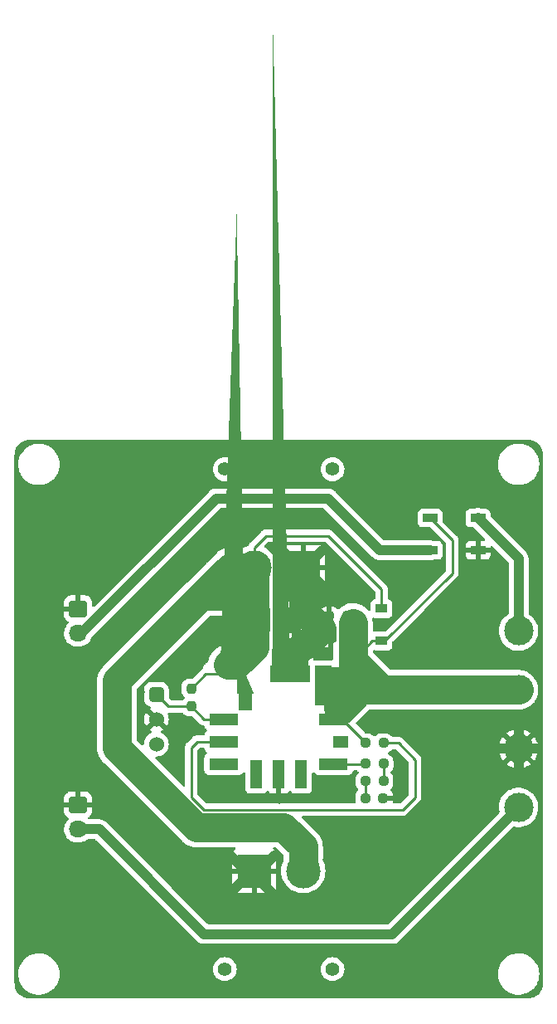
<source format=gbr>
G04 #@! TF.GenerationSoftware,KiCad,Pcbnew,(6.0.7)*
G04 #@! TF.CreationDate,2023-09-14T07:07:10+09:00*
G04 #@! TF.ProjectId,StepDown,53746570-446f-4776-9e2e-6b696361645f,rev?*
G04 #@! TF.SameCoordinates,Original*
G04 #@! TF.FileFunction,Copper,L1,Top*
G04 #@! TF.FilePolarity,Positive*
%FSLAX46Y46*%
G04 Gerber Fmt 4.6, Leading zero omitted, Abs format (unit mm)*
G04 Created by KiCad (PCBNEW (6.0.7)) date 2023-09-14 07:07:10*
%MOMM*%
%LPD*%
G01*
G04 APERTURE LIST*
G04 Aperture macros list*
%AMRoundRect*
0 Rectangle with rounded corners*
0 $1 Rounding radius*
0 $2 $3 $4 $5 $6 $7 $8 $9 X,Y pos of 4 corners*
0 Add a 4 corners polygon primitive as box body*
4,1,4,$2,$3,$4,$5,$6,$7,$8,$9,$2,$3,0*
0 Add four circle primitives for the rounded corners*
1,1,$1+$1,$2,$3*
1,1,$1+$1,$4,$5*
1,1,$1+$1,$6,$7*
1,1,$1+$1,$8,$9*
0 Add four rect primitives between the rounded corners*
20,1,$1+$1,$2,$3,$4,$5,0*
20,1,$1+$1,$4,$5,$6,$7,0*
20,1,$1+$1,$6,$7,$8,$9,0*
20,1,$1+$1,$8,$9,$2,$3,0*%
%AMFreePoly0*
4,1,53,0.885000,-2.035000,0.700000,-2.035000,0.700000,-3.665000,0.695106,-3.680063,0.695106,-3.695902,0.685796,-3.708716,0.680902,-3.723779,0.668089,-3.733089,0.658779,-3.745902,0.643716,-3.750796,0.630902,-3.760106,0.615063,-3.760106,0.600000,-3.765000,-0.600000,-3.765000,-0.615063,-3.760106,-0.630902,-3.760106,-0.643716,-3.750796,-0.658779,-3.745902,-0.668089,-3.733089,-0.680902,-3.723779,
-0.685796,-3.708716,-0.695106,-3.695902,-0.695106,-3.680063,-0.700000,-3.665000,-0.700000,-2.035000,-0.885000,-2.035000,-0.885000,0.450000,-2.515000,0.450000,-2.530063,0.454894,-2.545902,0.454894,-2.558716,0.464204,-2.573779,0.469098,-2.583089,0.481911,-2.595902,0.491221,-2.600796,0.506284,-2.610106,0.519098,-2.610106,0.534937,-2.615000,0.550000,-2.615000,1.750000,-2.610106,1.765063,
-2.610106,1.780902,-2.600796,1.793716,-2.595902,1.808779,-2.583089,1.818089,-2.573779,1.830902,-2.558716,1.835796,-2.545902,1.845106,-2.530063,1.845106,-2.515000,1.850000,-0.885000,1.850000,-0.885000,2.035000,0.885000,2.035000,0.885000,-2.035000,0.885000,-2.035000,$1*%
%AMFreePoly1*
4,1,53,-0.534937,2.610106,-0.519098,2.610106,-0.506284,2.600796,-0.491221,2.595902,-0.481911,2.583089,-0.469098,2.573779,-0.464204,2.558716,-0.454894,2.545902,-0.454894,2.530063,-0.450000,2.515000,-0.450000,0.885000,0.450000,0.885000,0.450000,2.515000,0.454894,2.530063,0.454894,2.545902,0.464204,2.558716,0.469098,2.573779,0.481911,2.583089,0.491221,2.595902,0.506284,2.600796,
0.519098,2.610106,0.534937,2.610106,0.550000,2.615000,1.750000,2.615000,1.765063,2.610106,1.780902,2.610106,1.793716,2.600796,1.808779,2.595902,1.818089,2.583089,1.830902,2.573779,1.835796,2.558716,1.845106,2.545902,1.845106,2.530063,1.850000,2.515000,1.850000,0.885000,2.035000,0.885000,2.035000,-0.885000,-2.035000,-0.885000,-2.035000,0.885000,-1.850000,0.885000,
-1.850000,2.515000,-1.845106,2.530063,-1.845106,2.545902,-1.835796,2.558716,-1.830902,2.573779,-1.818089,2.583089,-1.808779,2.595902,-1.793716,2.600796,-1.780902,2.610106,-1.765063,2.610106,-1.750000,2.615000,-0.550000,2.615000,-0.534937,2.610106,-0.534937,2.610106,$1*%
%AMFreePoly2*
4,1,29,0.885000,1.850000,2.515000,1.850000,2.530063,1.845106,2.545902,1.845106,2.558716,1.835796,2.573779,1.830902,2.583089,1.818089,2.595902,1.808779,2.600796,1.793716,2.610106,1.780902,2.610106,1.765063,2.615000,1.750000,2.615000,0.550000,2.610106,0.534937,2.610106,0.519098,2.600796,0.506284,2.595902,0.491221,2.583089,0.481911,2.573779,0.469098,2.558716,0.464204,
2.545902,0.454894,2.530063,0.454894,2.515000,0.450000,0.885000,0.450000,0.885000,-2.035000,-0.885000,-2.035000,-0.885000,2.035000,0.885000,2.035000,0.885000,1.850000,0.885000,1.850000,$1*%
G04 Aperture macros list end*
G04 #@! TA.AperFunction,ComponentPad*
%ADD10C,1.400000*%
G04 #@! TD*
G04 #@! TA.AperFunction,ComponentPad*
%ADD11R,3.500000X3.500000*%
G04 #@! TD*
G04 #@! TA.AperFunction,ComponentPad*
%ADD12C,3.500000*%
G04 #@! TD*
G04 #@! TA.AperFunction,ComponentPad*
%ADD13C,3.000000*%
G04 #@! TD*
G04 #@! TA.AperFunction,SMDPad,CuDef*
%ADD14RoundRect,0.237500X-0.237500X0.250000X-0.237500X-0.250000X0.237500X-0.250000X0.237500X0.250000X0*%
G04 #@! TD*
G04 #@! TA.AperFunction,SMDPad,CuDef*
%ADD15RoundRect,0.250000X-0.412500X-1.100000X0.412500X-1.100000X0.412500X1.100000X-0.412500X1.100000X0*%
G04 #@! TD*
G04 #@! TA.AperFunction,SMDPad,CuDef*
%ADD16RoundRect,0.250000X0.337500X0.475000X-0.337500X0.475000X-0.337500X-0.475000X0.337500X-0.475000X0*%
G04 #@! TD*
G04 #@! TA.AperFunction,ComponentPad*
%ADD17RoundRect,0.250000X-0.675000X0.600000X-0.675000X-0.600000X0.675000X-0.600000X0.675000X0.600000X0*%
G04 #@! TD*
G04 #@! TA.AperFunction,ComponentPad*
%ADD18O,1.850000X1.700000*%
G04 #@! TD*
G04 #@! TA.AperFunction,SMDPad,CuDef*
%ADD19RoundRect,0.237500X-0.250000X-0.237500X0.250000X-0.237500X0.250000X0.237500X-0.250000X0.237500X0*%
G04 #@! TD*
G04 #@! TA.AperFunction,ComponentPad*
%ADD20RoundRect,0.381000X-0.381000X-0.381000X0.381000X-0.381000X0.381000X0.381000X-0.381000X0.381000X0*%
G04 #@! TD*
G04 #@! TA.AperFunction,ComponentPad*
%ADD21C,1.524000*%
G04 #@! TD*
G04 #@! TA.AperFunction,SMDPad,CuDef*
%ADD22RoundRect,0.237500X0.250000X0.237500X-0.250000X0.237500X-0.250000X-0.237500X0.250000X-0.237500X0*%
G04 #@! TD*
G04 #@! TA.AperFunction,SMDPad,CuDef*
%ADD23R,1.200000X0.900000*%
G04 #@! TD*
G04 #@! TA.AperFunction,SMDPad,CuDef*
%ADD24R,3.000000X1.200000*%
G04 #@! TD*
G04 #@! TA.AperFunction,SMDPad,CuDef*
%ADD25FreePoly0,270.000000*%
G04 #@! TD*
G04 #@! TA.AperFunction,SMDPad,CuDef*
%ADD26FreePoly1,0.000000*%
G04 #@! TD*
G04 #@! TA.AperFunction,SMDPad,CuDef*
%ADD27FreePoly2,0.000000*%
G04 #@! TD*
G04 #@! TA.AperFunction,SMDPad,CuDef*
%ADD28R,1.200000X3.000000*%
G04 #@! TD*
G04 #@! TA.AperFunction,SMDPad,CuDef*
%ADD29R,1.500000X1.200000*%
G04 #@! TD*
G04 #@! TA.AperFunction,SMDPad,CuDef*
%ADD30R,1.500000X0.900000*%
G04 #@! TD*
G04 #@! TA.AperFunction,ViaPad*
%ADD31C,0.800000*%
G04 #@! TD*
G04 #@! TA.AperFunction,Conductor*
%ADD32C,3.000000*%
G04 #@! TD*
G04 #@! TA.AperFunction,Conductor*
%ADD33C,0.250000*%
G04 #@! TD*
G04 #@! TA.AperFunction,Conductor*
%ADD34C,1.000000*%
G04 #@! TD*
G04 APERTURE END LIST*
D10*
G04 #@! TO.P,J2,*
G04 #@! TO.N,*
X119000000Y-125500000D03*
X130000000Y-125500000D03*
D11*
G04 #@! TO.P,J2,1,Pin_1*
G04 #@! TO.N,GND*
X122000000Y-115500000D03*
D12*
G04 #@! TO.P,J2,2,Pin_2*
G04 #@! TO.N,+12V*
X127000000Y-115500000D03*
G04 #@! TD*
D13*
G04 #@! TO.P,H1,1,1*
G04 #@! TO.N,LED_Board*
X149000000Y-91000000D03*
G04 #@! TD*
D14*
G04 #@! TO.P,R1,1*
G04 #@! TO.N,+12V*
X115570000Y-96877500D03*
G04 #@! TO.P,R1,2*
G04 #@! TO.N,Net-(MD1-Pad1)*
X115570000Y-98702500D03*
G04 #@! TD*
D15*
G04 #@! TO.P,C1,1*
G04 #@! TO.N,+12V*
X122943853Y-89885363D03*
G04 #@! TO.P,C1,2*
G04 #@! TO.N,GND*
X126068853Y-89885363D03*
G04 #@! TD*
D10*
G04 #@! TO.P,J1,*
G04 #@! TO.N,*
X130000000Y-74500000D03*
X119000000Y-74500000D03*
D11*
G04 #@! TO.P,J1,1,Pin_1*
G04 #@! TO.N,GND*
X127000000Y-84500000D03*
D12*
G04 #@! TO.P,J1,2,Pin_2*
G04 #@! TO.N,+12V*
X122000000Y-84500000D03*
G04 #@! TD*
D16*
G04 #@! TO.P,C2,1*
G04 #@! TO.N,+5V*
X131847500Y-91440000D03*
G04 #@! TO.P,C2,2*
G04 #@! TO.N,GND*
X129772500Y-91440000D03*
G04 #@! TD*
D13*
G04 #@! TO.P,H2,1,1*
G04 #@! TO.N,+5V*
X149000000Y-97000000D03*
G04 #@! TD*
D17*
G04 #@! TO.P,J4,1,Pin_1*
G04 #@! TO.N,GND*
X104000000Y-88730000D03*
D18*
G04 #@! TO.P,J4,2,Pin_2*
G04 #@! TO.N,DOUT*
X104000000Y-91230000D03*
G04 #@! TD*
D19*
G04 #@! TO.P,R4,1*
G04 #@! TO.N,Net-(R4-Pad1)*
X133373226Y-106309210D03*
G04 #@! TO.P,R4,2*
G04 #@! TO.N,Net-(R3-Pad2)*
X135198226Y-106309210D03*
G04 #@! TD*
D17*
G04 #@! TO.P,J3,1,Pin_1*
G04 #@! TO.N,GND*
X104000000Y-108730000D03*
D18*
G04 #@! TO.P,J3,2,Pin_2*
G04 #@! TO.N,DIN*
X104000000Y-111230000D03*
G04 #@! TD*
D13*
G04 #@! TO.P,H4,1,1*
G04 #@! TO.N,DIN*
X149000000Y-109000000D03*
G04 #@! TD*
D20*
G04 #@! TO.P,SW1,1,A*
G04 #@! TO.N,Net-(MD1-Pad1)*
X112000000Y-97460000D03*
D21*
G04 #@! TO.P,SW1,2,B*
G04 #@! TO.N,GND*
X112000000Y-100000000D03*
G04 #@! TO.P,SW1,3,C*
G04 #@! TO.N,unconnected-(SW1-Pad3)*
X112000000Y-102540000D03*
G04 #@! TD*
D22*
G04 #@! TO.P,R2,1*
G04 #@! TO.N,Net-(MD1-Pad10)*
X135192937Y-102434756D03*
G04 #@! TO.P,R2,2*
G04 #@! TO.N,+5V*
X133367937Y-102434756D03*
G04 #@! TD*
D19*
G04 #@! TO.P,R5,1*
G04 #@! TO.N,Net-(R4-Pad1)*
X133346356Y-108044322D03*
G04 #@! TO.P,R5,2*
G04 #@! TO.N,GND*
X135171356Y-108044322D03*
G04 #@! TD*
D23*
G04 #@! TO.P,D1,1,K*
G04 #@! TO.N,+12V*
X134985961Y-88713846D03*
G04 #@! TO.P,D1,2,A*
G04 #@! TO.N,+5V*
X134985961Y-92013846D03*
G04 #@! TD*
D24*
G04 #@! TO.P,MD1,1,ON/OFF*
G04 #@! TO.N,Net-(MD1-Pad1)*
X118900000Y-100000000D03*
D25*
G04 #@! TO.P,MD1,2,VIN*
G04 #@! TO.N,+12V*
X121065000Y-95415000D03*
D26*
G04 #@! TO.P,MD1,3,GND*
G04 #@! TO.N,GND*
X125645000Y-95415000D03*
D27*
G04 #@! TO.P,MD1,4,VOUT*
G04 #@! TO.N,+5V*
X129085000Y-96565000D03*
D24*
G04 #@! TO.P,MD1,5,SENSE*
X130100000Y-100000000D03*
G04 #@! TO.P,MD1,6,TRIM*
G04 #@! TO.N,Net-(MD1-Pad6)*
X130100000Y-104580000D03*
D28*
G04 #@! TO.P,MD1,7,GND*
G04 #@! TO.N,GND*
X124500000Y-105600000D03*
G04 #@! TO.P,MD1,8,1_NC*
G04 #@! TO.N,unconnected-(MD1-Pad8)*
X122210000Y-105600000D03*
D24*
G04 #@! TO.P,MD1,9,2_NC*
G04 #@! TO.N,unconnected-(MD1-Pad9)*
X118900000Y-104580000D03*
G04 #@! TO.P,MD1,10,PGOOD*
G04 #@! TO.N,Net-(MD1-Pad10)*
X118900000Y-102290000D03*
D29*
G04 #@! TO.P,MD1,11,3_NC*
G04 #@! TO.N,unconnected-(MD1-Pad11)*
X130850000Y-102290000D03*
D28*
G04 #@! TO.P,MD1,12,4_NC*
G04 #@! TO.N,unconnected-(MD1-Pad12)*
X126790000Y-105600000D03*
G04 #@! TD*
D30*
G04 #@! TO.P,D2,1,VDD*
G04 #@! TO.N,+5V*
X139950000Y-79470000D03*
G04 #@! TO.P,D2,2,DOUT*
G04 #@! TO.N,DOUT*
X139950000Y-82770000D03*
G04 #@! TO.P,D2,3,VSS*
G04 #@! TO.N,GND*
X144850000Y-82770000D03*
G04 #@! TO.P,D2,4,DIN*
G04 #@! TO.N,LED_Board*
X144850000Y-79470000D03*
G04 #@! TD*
D19*
G04 #@! TO.P,R6,1*
G04 #@! TO.N,GND*
X129661592Y-89489604D03*
G04 #@! TO.P,R6,2*
G04 #@! TO.N,+5V*
X131486592Y-89489604D03*
G04 #@! TD*
G04 #@! TO.P,R3,1*
G04 #@! TO.N,Net-(MD1-Pad6)*
X133385803Y-104557737D03*
G04 #@! TO.P,R3,2*
G04 #@! TO.N,Net-(R3-Pad2)*
X135210803Y-104557737D03*
G04 #@! TD*
D13*
G04 #@! TO.P,H3,1,1*
G04 #@! TO.N,GND*
X149000000Y-103000000D03*
G04 #@! TD*
D31*
G04 #@! TO.N,GND*
X144450510Y-81248704D03*
X148926993Y-111597472D03*
X138657811Y-109352973D03*
X114502153Y-105915985D03*
X110469854Y-101841241D03*
X128025275Y-110371659D03*
X112761898Y-104175730D03*
X102302376Y-90098539D03*
X128983495Y-82760227D03*
X109710149Y-108249396D03*
X101992618Y-72090477D03*
X134475876Y-84453321D03*
X151077648Y-116476396D03*
X114930915Y-113342827D03*
X97981542Y-75846882D03*
X112150751Y-115040637D03*
X112468013Y-85238558D03*
X105264135Y-121324607D03*
X138359617Y-87339598D03*
X141012445Y-84559434D03*
X109771249Y-117200245D03*
X120380820Y-106934671D03*
X140673960Y-99569343D03*
X138508175Y-78128978D03*
X139972536Y-94491623D03*
X133052883Y-100446544D03*
X105846554Y-87530601D03*
X105570660Y-92220802D03*
X141755237Y-79572117D03*
X135112555Y-93430491D03*
X124253411Y-72007992D03*
X129425969Y-114382735D03*
X139612829Y-104280765D03*
X111753284Y-72050437D03*
X97956423Y-116560748D03*
X137468639Y-127936614D03*
X110427409Y-97214708D03*
X116454635Y-101013558D03*
X110706535Y-82628175D03*
X136556771Y-103728977D03*
X133851909Y-87177968D03*
X124471509Y-88012725D03*
X150562626Y-88952517D03*
X131756148Y-108144361D03*
X147846130Y-94491623D03*
X147442900Y-89037408D03*
X98130100Y-99106880D03*
X117370440Y-76134051D03*
X146761496Y-127834397D03*
X134559316Y-115307993D03*
X136768997Y-107931057D03*
X105550515Y-103750200D03*
X117498853Y-120367516D03*
X151094269Y-98380875D03*
X129649829Y-93459866D03*
X143005881Y-112838996D03*
X143283266Y-85514452D03*
X113716916Y-99846314D03*
X119298467Y-91718048D03*
X150942353Y-123568649D03*
X105805186Y-109713758D03*
X124519232Y-108229251D03*
X124026115Y-76001922D03*
X106123651Y-79065054D03*
X102076845Y-127891350D03*
X98002764Y-88219673D03*
X130725109Y-86060243D03*
X118792356Y-79041551D03*
X150773362Y-107013385D03*
X116265373Y-123407863D03*
X146636441Y-79147664D03*
X150371623Y-83116295D03*
X120829728Y-81885383D03*
X147421678Y-84177427D03*
X134719398Y-90311843D03*
X117091313Y-107762353D03*
X130555328Y-88097616D03*
X140184762Y-81354817D03*
X112560822Y-127891350D03*
X135515785Y-81206259D03*
X137681570Y-101691605D03*
X114205036Y-97660384D03*
X147137452Y-72103494D03*
X123749939Y-82424100D03*
X139526861Y-89483083D03*
X131883484Y-106149434D03*
X116666861Y-103454160D03*
X102290274Y-110260447D03*
X124023223Y-113943674D03*
X150957525Y-75764397D03*
X129697553Y-107146897D03*
X117727992Y-89935348D03*
X105358434Y-97208119D03*
X135389526Y-120346293D03*
X110131495Y-90320713D03*
X129318778Y-79784343D03*
X136607259Y-123376029D03*
X119594769Y-113887080D03*
X97939097Y-107924881D03*
X114438485Y-93182410D03*
X130570913Y-76303832D03*
X148016989Y-99526897D03*
X98065768Y-124071277D03*
X134021870Y-72071660D03*
X144730260Y-121467860D03*
X143622828Y-90862554D03*
X105410000Y-112775328D03*
X124105930Y-127997463D03*
X126942921Y-118308921D03*
X124528102Y-91762056D03*
G04 #@! TD*
D32*
G04 #@! TO.N,+12V*
X127000000Y-113025127D02*
X127000000Y-115500000D01*
X119525127Y-84500000D02*
X118522563Y-85502563D01*
X116617563Y-87407563D02*
X119602437Y-87407563D01*
X121840000Y-88820000D02*
X120015000Y-86995000D01*
X122000000Y-84500000D02*
X122000000Y-88820000D01*
D33*
X129540000Y-81280000D02*
X123190000Y-81280000D01*
X122000000Y-82470000D02*
X122000000Y-84500000D01*
X134985961Y-88713846D02*
X134985961Y-86725961D01*
D32*
X120015000Y-86995000D02*
X118522563Y-85502563D01*
X121920000Y-92710000D02*
X120169134Y-94460866D01*
D33*
X134985961Y-86725961D02*
X129540000Y-81280000D01*
D32*
X107950000Y-96075127D02*
X107950000Y-102910234D01*
D33*
X115570000Y-96877500D02*
X117032500Y-95415000D01*
D32*
X125019374Y-111044501D02*
X127000000Y-113025127D01*
X120169134Y-94460866D02*
X119277783Y-94460866D01*
X122000000Y-88820000D02*
X121840000Y-88820000D01*
X116617563Y-87407563D02*
X107950000Y-96075127D01*
X122000000Y-92630000D02*
X121920000Y-92710000D01*
X116084267Y-111044501D02*
X125019374Y-111044501D01*
X118522563Y-85502563D02*
X116617563Y-87407563D01*
D33*
X123190000Y-81280000D02*
X122000000Y-82470000D01*
X117032500Y-95415000D02*
X121065000Y-95415000D01*
D32*
X119602437Y-87407563D02*
X120015000Y-86995000D01*
X122000000Y-84500000D02*
X119525127Y-84500000D01*
X122000000Y-88820000D02*
X122000000Y-92630000D01*
X107950000Y-102910234D02*
X116084267Y-111044501D01*
D34*
G04 #@! TO.N,GND*
X150801565Y-103000000D02*
X150810997Y-103009432D01*
X149000000Y-103000000D02*
X150801565Y-103000000D01*
X149000000Y-103000000D02*
X149000000Y-105791953D01*
X122000000Y-115500000D02*
X121773624Y-115500000D01*
X121773624Y-115500000D02*
X119467433Y-117806191D01*
X127000000Y-84500000D02*
X127000000Y-84545644D01*
D32*
X127000000Y-84500000D02*
X127000000Y-88949000D01*
D34*
X149000000Y-103000000D02*
X149000000Y-100368394D01*
X146180000Y-103000000D02*
X146050000Y-102870000D01*
X127035247Y-84500000D02*
X129370218Y-86834971D01*
X122000000Y-115500000D02*
X121207689Y-115500000D01*
X122000000Y-115952749D02*
X124207153Y-118159902D01*
X149000000Y-103000000D02*
X146180000Y-103000000D01*
D32*
X127000000Y-88949000D02*
X128880500Y-90829500D01*
X127000000Y-92401571D02*
X125305991Y-94095580D01*
D34*
X127000000Y-84500000D02*
X127035247Y-84500000D01*
X127243722Y-84500000D02*
X128983495Y-82760227D01*
X127000000Y-84500000D02*
X126573066Y-84500000D01*
X122000000Y-115500000D02*
X122000000Y-115952749D01*
X121207689Y-115500000D02*
X119594769Y-113887080D01*
D32*
X128880500Y-90829500D02*
X127308429Y-92401571D01*
D34*
X122466897Y-115500000D02*
X124023223Y-113943674D01*
D32*
X127308429Y-92401571D02*
X127000000Y-92401571D01*
D34*
X126573066Y-84500000D02*
X124729538Y-82656472D01*
X149000000Y-105791953D02*
X148924541Y-105867412D01*
X122000000Y-115500000D02*
X122466897Y-115500000D01*
X127000000Y-84500000D02*
X127243722Y-84500000D01*
X149000000Y-100368394D02*
X149179213Y-100189181D01*
X127000000Y-84545644D02*
X124814428Y-86731216D01*
D32*
G04 #@! TO.N,+5V*
X149000000Y-97000000D02*
X135410000Y-97000000D01*
D33*
X134985961Y-92013846D02*
X135316154Y-92013846D01*
X131847500Y-93802500D02*
X131847500Y-91440000D01*
D32*
X135410000Y-97000000D02*
X130558447Y-97000000D01*
D33*
X131000000Y-100000000D02*
X133367937Y-102367937D01*
D32*
X132080000Y-95478447D02*
X132080000Y-93980000D01*
D33*
X129085000Y-96565000D02*
X131847500Y-93802500D01*
X131847500Y-91440000D02*
X131847500Y-89850512D01*
X133367937Y-102367937D02*
X133367937Y-102434756D01*
X135316154Y-92013846D02*
X142240000Y-85090000D01*
D32*
X135100000Y-97000000D02*
X132080000Y-93980000D01*
X135410000Y-97000000D02*
X135100000Y-97000000D01*
X132870000Y-97000000D02*
X135100000Y-97000000D01*
D33*
X142240000Y-85090000D02*
X142240000Y-81760000D01*
D32*
X130810000Y-99060000D02*
X132870000Y-97000000D01*
X130558447Y-97000000D02*
X132080000Y-95478447D01*
D33*
X130100000Y-100000000D02*
X131000000Y-100000000D01*
X142240000Y-81760000D02*
X139950000Y-79470000D01*
D32*
X132080000Y-93980000D02*
X132080000Y-90170000D01*
D33*
X131847500Y-89850512D02*
X131486592Y-89489604D01*
D32*
X130558447Y-97000000D02*
X130558447Y-98808447D01*
X130558447Y-98808447D02*
X130810000Y-99060000D01*
X130558447Y-97000000D02*
X129980289Y-96421842D01*
D33*
X134046154Y-92013846D02*
X132080000Y-93980000D01*
X134985961Y-92013846D02*
X134046154Y-92013846D01*
D34*
G04 #@! TO.N,DOUT*
X129540000Y-77470000D02*
X118110000Y-77470000D01*
X118110000Y-77470000D02*
X104350000Y-91230000D01*
X104350000Y-91230000D02*
X104000000Y-91230000D01*
X139950000Y-82770000D02*
X134840000Y-82770000D01*
X134840000Y-82770000D02*
X129540000Y-77470000D01*
G04 #@! TO.N,LED_Board*
X149000000Y-91000000D02*
X149000000Y-83620000D01*
X149000000Y-83620000D02*
X144850000Y-79470000D01*
G04 #@! TO.N,DIN*
X116840000Y-121920000D02*
X136080000Y-121920000D01*
X104000000Y-111230000D02*
X106150000Y-111230000D01*
X136080000Y-121920000D02*
X149000000Y-109000000D01*
X106150000Y-111230000D02*
X116840000Y-121920000D01*
D33*
G04 #@! TO.N,Net-(MD1-Pad1)*
X115570000Y-98702500D02*
X116867500Y-100000000D01*
X112000000Y-97460000D02*
X113242500Y-98702500D01*
X113242500Y-98702500D02*
X115570000Y-98702500D01*
X116867500Y-100000000D02*
X118900000Y-100000000D01*
G04 #@! TO.N,Net-(MD1-Pad6)*
X133363540Y-104580000D02*
X133385803Y-104557737D01*
X130100000Y-104580000D02*
X133363540Y-104580000D01*
G04 #@! TO.N,Net-(MD1-Pad10)*
X116150000Y-102290000D02*
X115570000Y-102870000D01*
X118900000Y-102290000D02*
X116150000Y-102290000D01*
X136724756Y-102434756D02*
X135192937Y-102434756D01*
X115570000Y-102870000D02*
X115570000Y-107950000D01*
X138430000Y-104140000D02*
X136724756Y-102434756D01*
X138430000Y-107950000D02*
X138430000Y-104140000D01*
X115570000Y-107950000D02*
X116840000Y-109220000D01*
X137160000Y-109220000D02*
X138430000Y-107950000D01*
X116840000Y-109220000D02*
X137160000Y-109220000D01*
G04 #@! TO.N,Net-(R3-Pad2)*
X135210803Y-106296633D02*
X135198226Y-106309210D01*
X135210803Y-104557737D02*
X135210803Y-106296633D01*
G04 #@! TO.N,Net-(R4-Pad1)*
X133373226Y-106309210D02*
X133373226Y-108017452D01*
X133373226Y-108017452D02*
X133346356Y-108044322D01*
G04 #@! TD*
G04 #@! TA.AperFunction,Conductor*
G04 #@! TO.N,GND*
G36*
X149970018Y-71510000D02*
G01*
X149984851Y-71512310D01*
X149984855Y-71512310D01*
X149993724Y-71513691D01*
X150008981Y-71511696D01*
X150034302Y-71510953D01*
X150203285Y-71523039D01*
X150221064Y-71525596D01*
X150411392Y-71566999D01*
X150428641Y-71572063D01*
X150611150Y-71640136D01*
X150627502Y-71647604D01*
X150798458Y-71740952D01*
X150813582Y-71750672D01*
X150969514Y-71867402D01*
X150983100Y-71879175D01*
X151120825Y-72016900D01*
X151132598Y-72030486D01*
X151249328Y-72186418D01*
X151259048Y-72201542D01*
X151352396Y-72372498D01*
X151359864Y-72388850D01*
X151427937Y-72571359D01*
X151433001Y-72588607D01*
X151474404Y-72778936D01*
X151476961Y-72796715D01*
X151488171Y-72953448D01*
X151488540Y-72958601D01*
X151487793Y-72976565D01*
X151487692Y-72984845D01*
X151486309Y-72993724D01*
X151487474Y-73002630D01*
X151490436Y-73025283D01*
X151491500Y-73041621D01*
X151491500Y-126950633D01*
X151490000Y-126970018D01*
X151487690Y-126984851D01*
X151487690Y-126984855D01*
X151486309Y-126993724D01*
X151488136Y-127007693D01*
X151488304Y-127008976D01*
X151489047Y-127034302D01*
X151482299Y-127128663D01*
X151476962Y-127203279D01*
X151474404Y-127221064D01*
X151453769Y-127315924D01*
X151433001Y-127411392D01*
X151427937Y-127428641D01*
X151359864Y-127611150D01*
X151352396Y-127627502D01*
X151259048Y-127798458D01*
X151249328Y-127813582D01*
X151132598Y-127969514D01*
X151120825Y-127983100D01*
X150983100Y-128120825D01*
X150969514Y-128132598D01*
X150813582Y-128249328D01*
X150798458Y-128259048D01*
X150627502Y-128352396D01*
X150611150Y-128359864D01*
X150428641Y-128427937D01*
X150411393Y-128433001D01*
X150221064Y-128474404D01*
X150203285Y-128476961D01*
X150041395Y-128488540D01*
X150023435Y-128487793D01*
X150015155Y-128487692D01*
X150006276Y-128486309D01*
X149974714Y-128490436D01*
X149958379Y-128491500D01*
X99049367Y-128491500D01*
X99029982Y-128490000D01*
X99015149Y-128487690D01*
X99015145Y-128487690D01*
X99006276Y-128486309D01*
X98991019Y-128488304D01*
X98965698Y-128489047D01*
X98796715Y-128476961D01*
X98778936Y-128474404D01*
X98588607Y-128433001D01*
X98571359Y-128427937D01*
X98388850Y-128359864D01*
X98372498Y-128352396D01*
X98201542Y-128259048D01*
X98186418Y-128249328D01*
X98030486Y-128132598D01*
X98016900Y-128120825D01*
X97879175Y-127983100D01*
X97867402Y-127969514D01*
X97750672Y-127813582D01*
X97740952Y-127798458D01*
X97647604Y-127627502D01*
X97640136Y-127611150D01*
X97572063Y-127428641D01*
X97566999Y-127411392D01*
X97546231Y-127315924D01*
X97525596Y-127221064D01*
X97523038Y-127203278D01*
X97514176Y-127079357D01*
X97511719Y-127045011D01*
X97512805Y-127022245D01*
X97512334Y-127022203D01*
X97512770Y-127017345D01*
X97513576Y-127012552D01*
X97513729Y-127000000D01*
X97509773Y-126972376D01*
X97508500Y-126954514D01*
X97508500Y-125977869D01*
X97886689Y-125977869D01*
X97903238Y-126264883D01*
X97904063Y-126269088D01*
X97904064Y-126269096D01*
X97934731Y-126425406D01*
X97958586Y-126546995D01*
X97959973Y-126551045D01*
X97959974Y-126551050D01*
X98015298Y-126712637D01*
X98051710Y-126818986D01*
X98053637Y-126822817D01*
X98153939Y-127022245D01*
X98180885Y-127075822D01*
X98343721Y-127312750D01*
X98537206Y-127525388D01*
X98540501Y-127528143D01*
X98540502Y-127528144D01*
X98659334Y-127627502D01*
X98757759Y-127709798D01*
X99001298Y-127862571D01*
X99263318Y-127980877D01*
X99267437Y-127982097D01*
X99534857Y-128061311D01*
X99534862Y-128061312D01*
X99538970Y-128062529D01*
X99543204Y-128063177D01*
X99543209Y-128063178D01*
X99791811Y-128101219D01*
X99823153Y-128106015D01*
X99969485Y-128108314D01*
X100106317Y-128110464D01*
X100106323Y-128110464D01*
X100110608Y-128110531D01*
X100114860Y-128110016D01*
X100114868Y-128110016D01*
X100391756Y-128076508D01*
X100391761Y-128076507D01*
X100396017Y-128075992D01*
X100674097Y-128003039D01*
X100939704Y-127893021D01*
X101187922Y-127747974D01*
X101414159Y-127570582D01*
X101455285Y-127528144D01*
X101544118Y-127436475D01*
X101614227Y-127364128D01*
X101616760Y-127360680D01*
X101616764Y-127360675D01*
X101781887Y-127135886D01*
X101784425Y-127132431D01*
X101852152Y-127007693D01*
X101919554Y-126883555D01*
X101919555Y-126883553D01*
X101921604Y-126879779D01*
X102023225Y-126610848D01*
X102087407Y-126330613D01*
X102091597Y-126283671D01*
X102112743Y-126046726D01*
X102112743Y-126046724D01*
X102112963Y-126044260D01*
X102113427Y-126000000D01*
X102093873Y-125713175D01*
X102089336Y-125691264D01*
X102049727Y-125500000D01*
X117786884Y-125500000D01*
X117805314Y-125710655D01*
X117860044Y-125914910D01*
X117862366Y-125919891D01*
X117862367Y-125919892D01*
X117898566Y-125997520D01*
X117949411Y-126106558D01*
X118070699Y-126279776D01*
X118220224Y-126429301D01*
X118393442Y-126550589D01*
X118398420Y-126552910D01*
X118398423Y-126552912D01*
X118580108Y-126637633D01*
X118585090Y-126639956D01*
X118590398Y-126641378D01*
X118590400Y-126641379D01*
X118784030Y-126693262D01*
X118784032Y-126693262D01*
X118789345Y-126694686D01*
X119000000Y-126713116D01*
X119210655Y-126694686D01*
X119215968Y-126693262D01*
X119215970Y-126693262D01*
X119409600Y-126641379D01*
X119409602Y-126641378D01*
X119414910Y-126639956D01*
X119419892Y-126637633D01*
X119601577Y-126552912D01*
X119601580Y-126552910D01*
X119606558Y-126550589D01*
X119779776Y-126429301D01*
X119929301Y-126279776D01*
X120050589Y-126106558D01*
X120101435Y-125997520D01*
X120137633Y-125919892D01*
X120137634Y-125919891D01*
X120139956Y-125914910D01*
X120194686Y-125710655D01*
X120213116Y-125500000D01*
X128786884Y-125500000D01*
X128805314Y-125710655D01*
X128860044Y-125914910D01*
X128862366Y-125919891D01*
X128862367Y-125919892D01*
X128898566Y-125997520D01*
X128949411Y-126106558D01*
X129070699Y-126279776D01*
X129220224Y-126429301D01*
X129393442Y-126550589D01*
X129398420Y-126552910D01*
X129398423Y-126552912D01*
X129580108Y-126637633D01*
X129585090Y-126639956D01*
X129590398Y-126641378D01*
X129590400Y-126641379D01*
X129784030Y-126693262D01*
X129784032Y-126693262D01*
X129789345Y-126694686D01*
X130000000Y-126713116D01*
X130210655Y-126694686D01*
X130215968Y-126693262D01*
X130215970Y-126693262D01*
X130409600Y-126641379D01*
X130409602Y-126641378D01*
X130414910Y-126639956D01*
X130419892Y-126637633D01*
X130601577Y-126552912D01*
X130601580Y-126552910D01*
X130606558Y-126550589D01*
X130779776Y-126429301D01*
X130929301Y-126279776D01*
X131050589Y-126106558D01*
X131101435Y-125997520D01*
X131110598Y-125977869D01*
X146886689Y-125977869D01*
X146903238Y-126264883D01*
X146904063Y-126269088D01*
X146904064Y-126269096D01*
X146934731Y-126425406D01*
X146958586Y-126546995D01*
X146959973Y-126551045D01*
X146959974Y-126551050D01*
X147015298Y-126712637D01*
X147051710Y-126818986D01*
X147053637Y-126822817D01*
X147153939Y-127022245D01*
X147180885Y-127075822D01*
X147343721Y-127312750D01*
X147537206Y-127525388D01*
X147540501Y-127528143D01*
X147540502Y-127528144D01*
X147659334Y-127627502D01*
X147757759Y-127709798D01*
X148001298Y-127862571D01*
X148263318Y-127980877D01*
X148267437Y-127982097D01*
X148534857Y-128061311D01*
X148534862Y-128061312D01*
X148538970Y-128062529D01*
X148543204Y-128063177D01*
X148543209Y-128063178D01*
X148791811Y-128101219D01*
X148823153Y-128106015D01*
X148969485Y-128108314D01*
X149106317Y-128110464D01*
X149106323Y-128110464D01*
X149110608Y-128110531D01*
X149114860Y-128110016D01*
X149114868Y-128110016D01*
X149391756Y-128076508D01*
X149391761Y-128076507D01*
X149396017Y-128075992D01*
X149674097Y-128003039D01*
X149939704Y-127893021D01*
X150187922Y-127747974D01*
X150414159Y-127570582D01*
X150455285Y-127528144D01*
X150544118Y-127436475D01*
X150614227Y-127364128D01*
X150616760Y-127360680D01*
X150616764Y-127360675D01*
X150781887Y-127135886D01*
X150784425Y-127132431D01*
X150852152Y-127007693D01*
X150919554Y-126883555D01*
X150919555Y-126883553D01*
X150921604Y-126879779D01*
X151023225Y-126610848D01*
X151087407Y-126330613D01*
X151091597Y-126283671D01*
X151112743Y-126046726D01*
X151112743Y-126046724D01*
X151112963Y-126044260D01*
X151113427Y-126000000D01*
X151093873Y-125713175D01*
X151089336Y-125691264D01*
X151036443Y-125435855D01*
X151035574Y-125431658D01*
X150939607Y-125160657D01*
X150807750Y-124905188D01*
X150802996Y-124898423D01*
X150677755Y-124720224D01*
X150642441Y-124669977D01*
X150569606Y-124591597D01*
X150449661Y-124462521D01*
X150449658Y-124462519D01*
X150446740Y-124459378D01*
X150224268Y-124277287D01*
X149979142Y-124127073D01*
X149961048Y-124119130D01*
X149719830Y-124013243D01*
X149715898Y-124011517D01*
X149689963Y-124004129D01*
X149443534Y-123933932D01*
X149443535Y-123933932D01*
X149439406Y-123932756D01*
X149226704Y-123902485D01*
X149159036Y-123892854D01*
X149159034Y-123892854D01*
X149154784Y-123892249D01*
X149150495Y-123892227D01*
X149150488Y-123892226D01*
X148871583Y-123890765D01*
X148871576Y-123890765D01*
X148867297Y-123890743D01*
X148863053Y-123891302D01*
X148863049Y-123891302D01*
X148737660Y-123907810D01*
X148582266Y-123928268D01*
X148578126Y-123929401D01*
X148578124Y-123929401D01*
X148501311Y-123950415D01*
X148304964Y-124004129D01*
X148301016Y-124005813D01*
X148044476Y-124115237D01*
X148044472Y-124115239D01*
X148040524Y-124116923D01*
X147915960Y-124191473D01*
X147797521Y-124262357D01*
X147797517Y-124262360D01*
X147793839Y-124264561D01*
X147569472Y-124444313D01*
X147371577Y-124652851D01*
X147203814Y-124886317D01*
X147201805Y-124890112D01*
X147201804Y-124890113D01*
X147197404Y-124898423D01*
X147069288Y-125140392D01*
X146970489Y-125410373D01*
X146909245Y-125691264D01*
X146908909Y-125695534D01*
X146887196Y-125971428D01*
X146887195Y-125971428D01*
X146887196Y-125971430D01*
X146886689Y-125977869D01*
X131110598Y-125977869D01*
X131137633Y-125919892D01*
X131137634Y-125919891D01*
X131139956Y-125914910D01*
X131194686Y-125710655D01*
X131213116Y-125500000D01*
X131194686Y-125289345D01*
X131139956Y-125085090D01*
X131137633Y-125080108D01*
X131052912Y-124898423D01*
X131052910Y-124898420D01*
X131050589Y-124893442D01*
X130929301Y-124720224D01*
X130779776Y-124570699D01*
X130606558Y-124449411D01*
X130601580Y-124447090D01*
X130601577Y-124447088D01*
X130419892Y-124362367D01*
X130419891Y-124362366D01*
X130414910Y-124360044D01*
X130409602Y-124358622D01*
X130409600Y-124358621D01*
X130215970Y-124306738D01*
X130215968Y-124306738D01*
X130210655Y-124305314D01*
X130000000Y-124286884D01*
X129789345Y-124305314D01*
X129784032Y-124306738D01*
X129784030Y-124306738D01*
X129590400Y-124358621D01*
X129590398Y-124358622D01*
X129585090Y-124360044D01*
X129580109Y-124362366D01*
X129580108Y-124362367D01*
X129398423Y-124447088D01*
X129398420Y-124447090D01*
X129393442Y-124449411D01*
X129220224Y-124570699D01*
X129070699Y-124720224D01*
X128949411Y-124893442D01*
X128947090Y-124898420D01*
X128947088Y-124898423D01*
X128862367Y-125080108D01*
X128860044Y-125085090D01*
X128805314Y-125289345D01*
X128786884Y-125500000D01*
X120213116Y-125500000D01*
X120194686Y-125289345D01*
X120139956Y-125085090D01*
X120137633Y-125080108D01*
X120052912Y-124898423D01*
X120052910Y-124898420D01*
X120050589Y-124893442D01*
X119929301Y-124720224D01*
X119779776Y-124570699D01*
X119606558Y-124449411D01*
X119601580Y-124447090D01*
X119601577Y-124447088D01*
X119419892Y-124362367D01*
X119419891Y-124362366D01*
X119414910Y-124360044D01*
X119409602Y-124358622D01*
X119409600Y-124358621D01*
X119215970Y-124306738D01*
X119215968Y-124306738D01*
X119210655Y-124305314D01*
X119000000Y-124286884D01*
X118789345Y-124305314D01*
X118784032Y-124306738D01*
X118784030Y-124306738D01*
X118590400Y-124358621D01*
X118590398Y-124358622D01*
X118585090Y-124360044D01*
X118580109Y-124362366D01*
X118580108Y-124362367D01*
X118398423Y-124447088D01*
X118398420Y-124447090D01*
X118393442Y-124449411D01*
X118220224Y-124570699D01*
X118070699Y-124720224D01*
X117949411Y-124893442D01*
X117947090Y-124898420D01*
X117947088Y-124898423D01*
X117862367Y-125080108D01*
X117860044Y-125085090D01*
X117805314Y-125289345D01*
X117786884Y-125500000D01*
X102049727Y-125500000D01*
X102036443Y-125435855D01*
X102035574Y-125431658D01*
X101939607Y-125160657D01*
X101807750Y-124905188D01*
X101802996Y-124898423D01*
X101677755Y-124720224D01*
X101642441Y-124669977D01*
X101569606Y-124591597D01*
X101449661Y-124462521D01*
X101449658Y-124462519D01*
X101446740Y-124459378D01*
X101224268Y-124277287D01*
X100979142Y-124127073D01*
X100961048Y-124119130D01*
X100719830Y-124013243D01*
X100715898Y-124011517D01*
X100689963Y-124004129D01*
X100443534Y-123933932D01*
X100443535Y-123933932D01*
X100439406Y-123932756D01*
X100226704Y-123902485D01*
X100159036Y-123892854D01*
X100159034Y-123892854D01*
X100154784Y-123892249D01*
X100150495Y-123892227D01*
X100150488Y-123892226D01*
X99871583Y-123890765D01*
X99871576Y-123890765D01*
X99867297Y-123890743D01*
X99863053Y-123891302D01*
X99863049Y-123891302D01*
X99737660Y-123907810D01*
X99582266Y-123928268D01*
X99578126Y-123929401D01*
X99578124Y-123929401D01*
X99501311Y-123950415D01*
X99304964Y-124004129D01*
X99301016Y-124005813D01*
X99044476Y-124115237D01*
X99044472Y-124115239D01*
X99040524Y-124116923D01*
X98915960Y-124191473D01*
X98797521Y-124262357D01*
X98797517Y-124262360D01*
X98793839Y-124264561D01*
X98569472Y-124444313D01*
X98371577Y-124652851D01*
X98203814Y-124886317D01*
X98201805Y-124890112D01*
X98201804Y-124890113D01*
X98197404Y-124898423D01*
X98069288Y-125140392D01*
X97970489Y-125410373D01*
X97909245Y-125691264D01*
X97908909Y-125695534D01*
X97887196Y-125971428D01*
X97887195Y-125971428D01*
X97887196Y-125971430D01*
X97886689Y-125977869D01*
X97508500Y-125977869D01*
X97508500Y-111165774D01*
X102563102Y-111165774D01*
X102571751Y-111396158D01*
X102619093Y-111621791D01*
X102703776Y-111836221D01*
X102706543Y-111840780D01*
X102706544Y-111840783D01*
X102759801Y-111928548D01*
X102823377Y-112033317D01*
X102826874Y-112037347D01*
X102970025Y-112202314D01*
X102974477Y-112207445D01*
X102978608Y-112210832D01*
X103148627Y-112350240D01*
X103148633Y-112350244D01*
X103152755Y-112353624D01*
X103157391Y-112356263D01*
X103157394Y-112356265D01*
X103315210Y-112446099D01*
X103353114Y-112467675D01*
X103569825Y-112546337D01*
X103575074Y-112547286D01*
X103575077Y-112547287D01*
X103792608Y-112586623D01*
X103792615Y-112586624D01*
X103796692Y-112587361D01*
X103814414Y-112588197D01*
X103819356Y-112588430D01*
X103819363Y-112588430D01*
X103820844Y-112588500D01*
X104132890Y-112588500D01*
X104199809Y-112582822D01*
X104299409Y-112574371D01*
X104299413Y-112574370D01*
X104304720Y-112573920D01*
X104309875Y-112572582D01*
X104309881Y-112572581D01*
X104522703Y-112517343D01*
X104522707Y-112517342D01*
X104527872Y-112516001D01*
X104532738Y-112513809D01*
X104532741Y-112513808D01*
X104694924Y-112440750D01*
X104738075Y-112421312D01*
X104884466Y-112322756D01*
X104924889Y-112295542D01*
X104924893Y-112295539D01*
X104929319Y-112292559D01*
X104949475Y-112273331D01*
X105012571Y-112240783D01*
X105036447Y-112238500D01*
X105680075Y-112238500D01*
X105748196Y-112258502D01*
X105769170Y-112275405D01*
X116083145Y-122589379D01*
X116092247Y-122599522D01*
X116115968Y-122629025D01*
X116120696Y-122632992D01*
X116154421Y-122661291D01*
X116158069Y-122664472D01*
X116159881Y-122666115D01*
X116162075Y-122668309D01*
X116195349Y-122695642D01*
X116196147Y-122696304D01*
X116267474Y-122756154D01*
X116272144Y-122758722D01*
X116276261Y-122762103D01*
X116296079Y-122772729D01*
X116358086Y-122805977D01*
X116359245Y-122806606D01*
X116435381Y-122848462D01*
X116435389Y-122848465D01*
X116440787Y-122851433D01*
X116445869Y-122853045D01*
X116450563Y-122855562D01*
X116539531Y-122882762D01*
X116540559Y-122883082D01*
X116629306Y-122911235D01*
X116634602Y-122911829D01*
X116639698Y-122913387D01*
X116732257Y-122922790D01*
X116733393Y-122922911D01*
X116767008Y-122926681D01*
X116779730Y-122928108D01*
X116779734Y-122928108D01*
X116783227Y-122928500D01*
X116786754Y-122928500D01*
X116787739Y-122928555D01*
X116793419Y-122929002D01*
X116822825Y-122931989D01*
X116830337Y-122932752D01*
X116830339Y-122932752D01*
X116836462Y-122933374D01*
X116882108Y-122929059D01*
X116893967Y-122928500D01*
X136018157Y-122928500D01*
X136031764Y-122929237D01*
X136063262Y-122932659D01*
X136063267Y-122932659D01*
X136069388Y-122933324D01*
X136095638Y-122931027D01*
X136119388Y-122928950D01*
X136124214Y-122928621D01*
X136126686Y-122928500D01*
X136129769Y-122928500D01*
X136141738Y-122927326D01*
X136172506Y-122924310D01*
X136173819Y-122924188D01*
X136218084Y-122920315D01*
X136266413Y-122916087D01*
X136271532Y-122914600D01*
X136276833Y-122914080D01*
X136365834Y-122887209D01*
X136366967Y-122886874D01*
X136450414Y-122862630D01*
X136450418Y-122862628D01*
X136456336Y-122860909D01*
X136461068Y-122858456D01*
X136466169Y-122856916D01*
X136473173Y-122853192D01*
X136548260Y-122813269D01*
X136549426Y-122812657D01*
X136626453Y-122772729D01*
X136631926Y-122769892D01*
X136636089Y-122766569D01*
X136640796Y-122764066D01*
X136712918Y-122705245D01*
X136713774Y-122704554D01*
X136752973Y-122673262D01*
X136755477Y-122670758D01*
X136756195Y-122670116D01*
X136760528Y-122666415D01*
X136794062Y-122639065D01*
X136823288Y-122603737D01*
X136831277Y-122594958D01*
X148431214Y-110995020D01*
X148493526Y-110960994D01*
X148552399Y-110963171D01*
X148552537Y-110962555D01*
X148555865Y-110963299D01*
X148556106Y-110963308D01*
X148560836Y-110964709D01*
X148565070Y-110965357D01*
X148565075Y-110965358D01*
X148827298Y-111005483D01*
X148827300Y-111005483D01*
X148831540Y-111006132D01*
X148970912Y-111008322D01*
X149101071Y-111010367D01*
X149101077Y-111010367D01*
X149105362Y-111010434D01*
X149377235Y-110977534D01*
X149642127Y-110908041D01*
X149646087Y-110906401D01*
X149646092Y-110906399D01*
X149768632Y-110855641D01*
X149895136Y-110803241D01*
X150131582Y-110665073D01*
X150347089Y-110496094D01*
X150357329Y-110485528D01*
X150507218Y-110330854D01*
X150537669Y-110299431D01*
X150540202Y-110295983D01*
X150540206Y-110295978D01*
X150697257Y-110082178D01*
X150699795Y-110078723D01*
X150701841Y-110074955D01*
X150828418Y-109841830D01*
X150828419Y-109841828D01*
X150830468Y-109838054D01*
X150898219Y-109658757D01*
X150925751Y-109585895D01*
X150925752Y-109585891D01*
X150927269Y-109581877D01*
X150972689Y-109383562D01*
X150987449Y-109319117D01*
X150987450Y-109319113D01*
X150988407Y-109314933D01*
X151012751Y-109042161D01*
X151013193Y-109000000D01*
X150994567Y-108726778D01*
X150939032Y-108458612D01*
X150847617Y-108200465D01*
X150722013Y-107957112D01*
X150712040Y-107942921D01*
X150643279Y-107845084D01*
X150564545Y-107733057D01*
X150442857Y-107602105D01*
X150381046Y-107535588D01*
X150381043Y-107535585D01*
X150378125Y-107532445D01*
X150374810Y-107529731D01*
X150374806Y-107529728D01*
X150197814Y-107384862D01*
X150166205Y-107358990D01*
X149950594Y-107226864D01*
X149936366Y-107218145D01*
X149936365Y-107218145D01*
X149932704Y-107215901D01*
X149928768Y-107214173D01*
X149685873Y-107107549D01*
X149685869Y-107107548D01*
X149681945Y-107105825D01*
X149418566Y-107030800D01*
X149414324Y-107030196D01*
X149414318Y-107030195D01*
X149213834Y-107001662D01*
X149147443Y-106992213D01*
X149003589Y-106991460D01*
X148877877Y-106990802D01*
X148877871Y-106990802D01*
X148873591Y-106990780D01*
X148869347Y-106991339D01*
X148869343Y-106991339D01*
X148758119Y-107005982D01*
X148602078Y-107026525D01*
X148597938Y-107027658D01*
X148597936Y-107027658D01*
X148525008Y-107047609D01*
X148337928Y-107098788D01*
X148324185Y-107104650D01*
X148089982Y-107204546D01*
X148089978Y-107204548D01*
X148086030Y-107206232D01*
X148050629Y-107227419D01*
X147854725Y-107344664D01*
X147854721Y-107344667D01*
X147851043Y-107346868D01*
X147637318Y-107518094D01*
X147552351Y-107607631D01*
X147461350Y-107703526D01*
X147448808Y-107716742D01*
X147289002Y-107939136D01*
X147160857Y-108181161D01*
X147159385Y-108185184D01*
X147159383Y-108185188D01*
X147096306Y-108357553D01*
X147066743Y-108438337D01*
X147008404Y-108705907D01*
X146986917Y-108978918D01*
X147002682Y-109252320D01*
X147003509Y-109256534D01*
X147003509Y-109256536D01*
X147042038Y-109452923D01*
X147035525Y-109523620D01*
X147007490Y-109566275D01*
X135699171Y-120874595D01*
X135636859Y-120908621D01*
X135610076Y-120911500D01*
X117309925Y-120911500D01*
X117241804Y-120891498D01*
X117220830Y-120874595D01*
X113640904Y-117294669D01*
X119742001Y-117294669D01*
X119742371Y-117301490D01*
X119747895Y-117352352D01*
X119751521Y-117367604D01*
X119796676Y-117488054D01*
X119805214Y-117503649D01*
X119881715Y-117605724D01*
X119894276Y-117618285D01*
X119996351Y-117694786D01*
X120011946Y-117703324D01*
X120132394Y-117748478D01*
X120147649Y-117752105D01*
X120198514Y-117757631D01*
X120205328Y-117758000D01*
X121727885Y-117758000D01*
X121743124Y-117753525D01*
X121744329Y-117752135D01*
X121746000Y-117744452D01*
X121746000Y-117739884D01*
X122254000Y-117739884D01*
X122258475Y-117755123D01*
X122259865Y-117756328D01*
X122267548Y-117757999D01*
X123794669Y-117757999D01*
X123801490Y-117757629D01*
X123852352Y-117752105D01*
X123867604Y-117748479D01*
X123988054Y-117703324D01*
X124003649Y-117694786D01*
X124105724Y-117618285D01*
X124118285Y-117605724D01*
X124194786Y-117503649D01*
X124203324Y-117488054D01*
X124248478Y-117367606D01*
X124252105Y-117352351D01*
X124257631Y-117301486D01*
X124258000Y-117294672D01*
X124258000Y-115772115D01*
X124253525Y-115756876D01*
X124252135Y-115755671D01*
X124244452Y-115754000D01*
X122272115Y-115754000D01*
X122256876Y-115758475D01*
X122255671Y-115759865D01*
X122254000Y-115767548D01*
X122254000Y-117739884D01*
X121746000Y-117739884D01*
X121746000Y-115772115D01*
X121741525Y-115756876D01*
X121740135Y-115755671D01*
X121732452Y-115754000D01*
X119760116Y-115754000D01*
X119744877Y-115758475D01*
X119743672Y-115759865D01*
X119742001Y-115767548D01*
X119742001Y-117294669D01*
X113640904Y-117294669D01*
X106906855Y-110560621D01*
X106897753Y-110550478D01*
X106877897Y-110525782D01*
X106874032Y-110520975D01*
X106835578Y-110488708D01*
X106831931Y-110485528D01*
X106830119Y-110483885D01*
X106827925Y-110481691D01*
X106794651Y-110454358D01*
X106793853Y-110453696D01*
X106722526Y-110393846D01*
X106717856Y-110391278D01*
X106713739Y-110387897D01*
X106631914Y-110344023D01*
X106630755Y-110343394D01*
X106554619Y-110301538D01*
X106554611Y-110301535D01*
X106549213Y-110298567D01*
X106544131Y-110296955D01*
X106539437Y-110294438D01*
X106450469Y-110267238D01*
X106449441Y-110266918D01*
X106360694Y-110238765D01*
X106355398Y-110238171D01*
X106350302Y-110236613D01*
X106257743Y-110227210D01*
X106256607Y-110227089D01*
X106222992Y-110223319D01*
X106210270Y-110221892D01*
X106210266Y-110221892D01*
X106206773Y-110221500D01*
X106203246Y-110221500D01*
X106202261Y-110221445D01*
X106196581Y-110220998D01*
X106167175Y-110218011D01*
X106159663Y-110217248D01*
X106159661Y-110217248D01*
X106153538Y-110216626D01*
X106111259Y-110220623D01*
X106107891Y-110220941D01*
X106096033Y-110221500D01*
X105117939Y-110221500D01*
X105049818Y-110201498D01*
X105003325Y-110147842D01*
X104993221Y-110077568D01*
X105022715Y-110012988D01*
X105051636Y-109988356D01*
X105142807Y-109931937D01*
X105154208Y-109922901D01*
X105268739Y-109808171D01*
X105277751Y-109796760D01*
X105362816Y-109658757D01*
X105368963Y-109645576D01*
X105420138Y-109491290D01*
X105423005Y-109477914D01*
X105432672Y-109383562D01*
X105433000Y-109377146D01*
X105433000Y-109002115D01*
X105428525Y-108986876D01*
X105427135Y-108985671D01*
X105419452Y-108984000D01*
X102585116Y-108984000D01*
X102569877Y-108988475D01*
X102568672Y-108989865D01*
X102567001Y-108997548D01*
X102567001Y-109377095D01*
X102567338Y-109383614D01*
X102577257Y-109479206D01*
X102580149Y-109492600D01*
X102631588Y-109646784D01*
X102637761Y-109659962D01*
X102723063Y-109797807D01*
X102732099Y-109809208D01*
X102846829Y-109923739D01*
X102858243Y-109932753D01*
X102997713Y-110018723D01*
X103045207Y-110071495D01*
X103056631Y-110141566D01*
X103028357Y-110206690D01*
X103018574Y-110217149D01*
X102903865Y-110326576D01*
X102766246Y-110511542D01*
X102661760Y-110717051D01*
X102593393Y-110937227D01*
X102592692Y-110942516D01*
X102584252Y-111006199D01*
X102563102Y-111165774D01*
X97508500Y-111165774D01*
X97508500Y-108457885D01*
X102567000Y-108457885D01*
X102571475Y-108473124D01*
X102572865Y-108474329D01*
X102580548Y-108476000D01*
X103727885Y-108476000D01*
X103743124Y-108471525D01*
X103744329Y-108470135D01*
X103746000Y-108462452D01*
X103746000Y-108457885D01*
X104254000Y-108457885D01*
X104258475Y-108473124D01*
X104259865Y-108474329D01*
X104267548Y-108476000D01*
X105414884Y-108476000D01*
X105430123Y-108471525D01*
X105431328Y-108470135D01*
X105432999Y-108462452D01*
X105432999Y-108082905D01*
X105432662Y-108076386D01*
X105422743Y-107980794D01*
X105419851Y-107967400D01*
X105368412Y-107813216D01*
X105362239Y-107800038D01*
X105276937Y-107662193D01*
X105267901Y-107650792D01*
X105153171Y-107536261D01*
X105141760Y-107527249D01*
X105003757Y-107442184D01*
X104990576Y-107436037D01*
X104836290Y-107384862D01*
X104822914Y-107381995D01*
X104728562Y-107372328D01*
X104722145Y-107372000D01*
X104272115Y-107372000D01*
X104256876Y-107376475D01*
X104255671Y-107377865D01*
X104254000Y-107385548D01*
X104254000Y-108457885D01*
X103746000Y-108457885D01*
X103746000Y-107390116D01*
X103741525Y-107374877D01*
X103740135Y-107373672D01*
X103732452Y-107372001D01*
X103277905Y-107372001D01*
X103271386Y-107372338D01*
X103175794Y-107382257D01*
X103162400Y-107385149D01*
X103008216Y-107436588D01*
X102995038Y-107442761D01*
X102857193Y-107528063D01*
X102845792Y-107537099D01*
X102731261Y-107651829D01*
X102722249Y-107663240D01*
X102637184Y-107801243D01*
X102631037Y-107814424D01*
X102579862Y-107968710D01*
X102576995Y-107982086D01*
X102567328Y-108076438D01*
X102567000Y-108082855D01*
X102567000Y-108457885D01*
X97508500Y-108457885D01*
X97508500Y-102945372D01*
X105936902Y-102945372D01*
X105937285Y-102949749D01*
X105937285Y-102949753D01*
X105947521Y-103066748D01*
X105947693Y-103068941D01*
X105955780Y-103184595D01*
X105956189Y-103190446D01*
X105957102Y-103194741D01*
X105958246Y-103200121D01*
X105960519Y-103215334D01*
X105960998Y-103220809D01*
X105961000Y-103220822D01*
X105961383Y-103225200D01*
X105962371Y-103229479D01*
X105962372Y-103229486D01*
X105988793Y-103343929D01*
X105989268Y-103346074D01*
X106008592Y-103436981D01*
X106014591Y-103465204D01*
X106016883Y-103471500D01*
X106017978Y-103474509D01*
X106022345Y-103489253D01*
X106024572Y-103498897D01*
X106057912Y-103585750D01*
X106068209Y-103612576D01*
X106068979Y-103614635D01*
X106101103Y-103702893D01*
X106110663Y-103729160D01*
X106112730Y-103733047D01*
X106115308Y-103737896D01*
X106121683Y-103751886D01*
X106123654Y-103757020D01*
X106123659Y-103757032D01*
X106125235Y-103761136D01*
X106184336Y-103867755D01*
X106185348Y-103869622D01*
X106240470Y-103973292D01*
X106240476Y-103973301D01*
X106242536Y-103977176D01*
X106245121Y-103980733D01*
X106245124Y-103980739D01*
X106248355Y-103985187D01*
X106256620Y-103998160D01*
X106261417Y-104006813D01*
X106286508Y-104040110D01*
X106334701Y-104104065D01*
X106335999Y-104105819D01*
X106407642Y-104204426D01*
X106412969Y-104209942D01*
X106414525Y-104211554D01*
X106424510Y-104223246D01*
X106427812Y-104227627D01*
X106430464Y-104231146D01*
X106516540Y-104317222D01*
X106518082Y-104318790D01*
X106602769Y-104406486D01*
X106610530Y-104412549D01*
X106610578Y-104412587D01*
X106622100Y-104422782D01*
X114624502Y-112425184D01*
X114629043Y-112429968D01*
X114685638Y-112492823D01*
X114747243Y-112544516D01*
X114778954Y-112571125D01*
X114780606Y-112572536D01*
X114872570Y-112652478D01*
X114876256Y-112654872D01*
X114876263Y-112654877D01*
X114880870Y-112657869D01*
X114893228Y-112667013D01*
X114897441Y-112670548D01*
X114897448Y-112670553D01*
X114900817Y-112673380D01*
X115004105Y-112737921D01*
X115005960Y-112739102D01*
X115108149Y-112805465D01*
X115112143Y-112807328D01*
X115112144Y-112807328D01*
X115117124Y-112809651D01*
X115130630Y-112816983D01*
X115134981Y-112819701D01*
X115139031Y-112822232D01*
X115143043Y-112824018D01*
X115143050Y-112824022D01*
X115250311Y-112871777D01*
X115252312Y-112872689D01*
X115358743Y-112922319D01*
X115358746Y-112922320D01*
X115362728Y-112924177D01*
X115366936Y-112925464D01*
X115366937Y-112925464D01*
X115372199Y-112927073D01*
X115386600Y-112932457D01*
X115395642Y-112936483D01*
X115512762Y-112970067D01*
X115514826Y-112970678D01*
X115631350Y-113006303D01*
X115641140Y-113007854D01*
X115656139Y-113011179D01*
X115665657Y-113013908D01*
X115706023Y-113019581D01*
X115786238Y-113030855D01*
X115788412Y-113031180D01*
X115878290Y-113045415D01*
X115908787Y-113050245D01*
X115913185Y-113050322D01*
X115913189Y-113050322D01*
X115918697Y-113050418D01*
X115934027Y-113051625D01*
X115943819Y-113053001D01*
X116065579Y-113053001D01*
X116067777Y-113053020D01*
X116189641Y-113055147D01*
X116193997Y-113054612D01*
X116194000Y-113054612D01*
X116197055Y-113054237D01*
X116199473Y-113053940D01*
X116214826Y-113053001D01*
X119966897Y-113053001D01*
X120035018Y-113073003D01*
X120081511Y-113126659D01*
X120091615Y-113196933D01*
X120062121Y-113261513D01*
X120019252Y-113291332D01*
X120019818Y-113292366D01*
X119996351Y-113305214D01*
X119894276Y-113381715D01*
X119881715Y-113394276D01*
X119805214Y-113496351D01*
X119796676Y-113511946D01*
X119751522Y-113632394D01*
X119747895Y-113647649D01*
X119742369Y-113698514D01*
X119742000Y-113705328D01*
X119742000Y-115227885D01*
X119746475Y-115243124D01*
X119747865Y-115244329D01*
X119755548Y-115246000D01*
X124239884Y-115246000D01*
X124255123Y-115241525D01*
X124256328Y-115240135D01*
X124257999Y-115232452D01*
X124257999Y-113705331D01*
X124257629Y-113698510D01*
X124252105Y-113647648D01*
X124248479Y-113632396D01*
X124203324Y-113511946D01*
X124194786Y-113496351D01*
X124118285Y-113394276D01*
X124105724Y-113381715D01*
X124003649Y-113305214D01*
X123980182Y-113292366D01*
X123980924Y-113291011D01*
X123932109Y-113254341D01*
X123907409Y-113187780D01*
X123922616Y-113118431D01*
X123972902Y-113068313D01*
X124033103Y-113053001D01*
X124135236Y-113053001D01*
X124203357Y-113073003D01*
X124224331Y-113089906D01*
X124954595Y-113820170D01*
X124988621Y-113882482D01*
X124991500Y-113909265D01*
X124991500Y-114437063D01*
X124978506Y-114492791D01*
X124908941Y-114633855D01*
X124813776Y-114914203D01*
X124756017Y-115204574D01*
X124755748Y-115208679D01*
X124755747Y-115208686D01*
X124738008Y-115479340D01*
X124736654Y-115500000D01*
X124736924Y-115504119D01*
X124754190Y-115767548D01*
X124756017Y-115795426D01*
X124813776Y-116085797D01*
X124908941Y-116366145D01*
X125039885Y-116631673D01*
X125204367Y-116877838D01*
X125207081Y-116880932D01*
X125207085Y-116880938D01*
X125396864Y-117097338D01*
X125399573Y-117100427D01*
X125402662Y-117103136D01*
X125619062Y-117292915D01*
X125619068Y-117292919D01*
X125622162Y-117295633D01*
X125625588Y-117297922D01*
X125625593Y-117297926D01*
X125707048Y-117352352D01*
X125868327Y-117460115D01*
X125872026Y-117461939D01*
X125872031Y-117461942D01*
X125956605Y-117503649D01*
X126133855Y-117591059D01*
X126137760Y-117592384D01*
X126137761Y-117592385D01*
X126410290Y-117684896D01*
X126410294Y-117684897D01*
X126414203Y-117686224D01*
X126418247Y-117687028D01*
X126418253Y-117687030D01*
X126700535Y-117743180D01*
X126700541Y-117743181D01*
X126704574Y-117743983D01*
X126708679Y-117744252D01*
X126708686Y-117744253D01*
X126995881Y-117763076D01*
X127000000Y-117763346D01*
X127004119Y-117763076D01*
X127291314Y-117744253D01*
X127291321Y-117744252D01*
X127295426Y-117743983D01*
X127299459Y-117743181D01*
X127299465Y-117743180D01*
X127581747Y-117687030D01*
X127581753Y-117687028D01*
X127585797Y-117686224D01*
X127589706Y-117684897D01*
X127589710Y-117684896D01*
X127862239Y-117592385D01*
X127862240Y-117592384D01*
X127866145Y-117591059D01*
X128043395Y-117503649D01*
X128127969Y-117461942D01*
X128127974Y-117461939D01*
X128131673Y-117460115D01*
X128292952Y-117352352D01*
X128374407Y-117297926D01*
X128374412Y-117297922D01*
X128377838Y-117295633D01*
X128380932Y-117292919D01*
X128380938Y-117292915D01*
X128597338Y-117103136D01*
X128600427Y-117100427D01*
X128603136Y-117097338D01*
X128792915Y-116880938D01*
X128792919Y-116880932D01*
X128795633Y-116877838D01*
X128960115Y-116631673D01*
X129091059Y-116366145D01*
X129186224Y-116085797D01*
X129243983Y-115795426D01*
X129245811Y-115767548D01*
X129263076Y-115504119D01*
X129263346Y-115500000D01*
X129261992Y-115479340D01*
X129244253Y-115208686D01*
X129244252Y-115208679D01*
X129243983Y-115204574D01*
X129186224Y-114914203D01*
X129091059Y-114633855D01*
X129021494Y-114492791D01*
X129008500Y-114437063D01*
X129008500Y-113081022D01*
X129008673Y-113074428D01*
X129012868Y-112994386D01*
X129012868Y-112994380D01*
X129013098Y-112989989D01*
X129011355Y-112970060D01*
X129002479Y-112868613D01*
X129002307Y-112866420D01*
X128994118Y-112749300D01*
X128994117Y-112749294D01*
X128993811Y-112744915D01*
X128991753Y-112735234D01*
X128989481Y-112720027D01*
X128989002Y-112714552D01*
X128989000Y-112714539D01*
X128988617Y-112710161D01*
X128987628Y-112705875D01*
X128961207Y-112591432D01*
X128960732Y-112589287D01*
X128936325Y-112474464D01*
X128936323Y-112474457D01*
X128935409Y-112470157D01*
X128932020Y-112460846D01*
X128927655Y-112446108D01*
X128925428Y-112436464D01*
X128922935Y-112429968D01*
X128881780Y-112322756D01*
X128881010Y-112320696D01*
X128840846Y-112210345D01*
X128840842Y-112210336D01*
X128839337Y-112206201D01*
X128834691Y-112197463D01*
X128828317Y-112183475D01*
X128826346Y-112178341D01*
X128826341Y-112178329D01*
X128824765Y-112174225D01*
X128765664Y-112067606D01*
X128764652Y-112065739D01*
X128709530Y-111962069D01*
X128709524Y-111962060D01*
X128707464Y-111958185D01*
X128704879Y-111954628D01*
X128704876Y-111954622D01*
X128701645Y-111950174D01*
X128693379Y-111937200D01*
X128688583Y-111928548D01*
X128615269Y-111831256D01*
X128613991Y-111829529D01*
X128544941Y-111734490D01*
X128544940Y-111734489D01*
X128542358Y-111730935D01*
X128535475Y-111723807D01*
X128525490Y-111712115D01*
X128522188Y-111707734D01*
X128522187Y-111707733D01*
X128519536Y-111704215D01*
X128433460Y-111618139D01*
X128431918Y-111616571D01*
X128350287Y-111532040D01*
X128347231Y-111528875D01*
X128339422Y-111522774D01*
X128327900Y-111512579D01*
X126883916Y-110068595D01*
X126849890Y-110006283D01*
X126854955Y-109935468D01*
X126897502Y-109878632D01*
X126964022Y-109853821D01*
X126973011Y-109853500D01*
X137081233Y-109853500D01*
X137092416Y-109854027D01*
X137099909Y-109855702D01*
X137107835Y-109855453D01*
X137107836Y-109855453D01*
X137167986Y-109853562D01*
X137171945Y-109853500D01*
X137199856Y-109853500D01*
X137203791Y-109853003D01*
X137203856Y-109852995D01*
X137215693Y-109852062D01*
X137247951Y-109851048D01*
X137251970Y-109850922D01*
X137259889Y-109850673D01*
X137279343Y-109845021D01*
X137298700Y-109841013D01*
X137310930Y-109839468D01*
X137310931Y-109839468D01*
X137318797Y-109838474D01*
X137326168Y-109835555D01*
X137326170Y-109835555D01*
X137359912Y-109822196D01*
X137371142Y-109818351D01*
X137405983Y-109808229D01*
X137405984Y-109808229D01*
X137413593Y-109806018D01*
X137420412Y-109801985D01*
X137420417Y-109801983D01*
X137431028Y-109795707D01*
X137448776Y-109787012D01*
X137467617Y-109779552D01*
X137503387Y-109753564D01*
X137513307Y-109747048D01*
X137544535Y-109728580D01*
X137544538Y-109728578D01*
X137551362Y-109724542D01*
X137565683Y-109710221D01*
X137580717Y-109697380D01*
X137590694Y-109690131D01*
X137597107Y-109685472D01*
X137625298Y-109651395D01*
X137633288Y-109642616D01*
X138822247Y-108453657D01*
X138830537Y-108446113D01*
X138837018Y-108442000D01*
X138844623Y-108433902D01*
X138883658Y-108392333D01*
X138886413Y-108389491D01*
X138906134Y-108369770D01*
X138908612Y-108366575D01*
X138916318Y-108357553D01*
X138941158Y-108331101D01*
X138946586Y-108325321D01*
X138956346Y-108307568D01*
X138967199Y-108291045D01*
X138974753Y-108281306D01*
X138979613Y-108275041D01*
X138997176Y-108234457D01*
X139002383Y-108223827D01*
X139023695Y-108185060D01*
X139025666Y-108177383D01*
X139025668Y-108177378D01*
X139028732Y-108165442D01*
X139035138Y-108146730D01*
X139040033Y-108135419D01*
X139043181Y-108128145D01*
X139044421Y-108120317D01*
X139044423Y-108120310D01*
X139050099Y-108084476D01*
X139052505Y-108072856D01*
X139061528Y-108037711D01*
X139061528Y-108037710D01*
X139063500Y-108030030D01*
X139063500Y-108009776D01*
X139065051Y-107990065D01*
X139066980Y-107977886D01*
X139068220Y-107970057D01*
X139064059Y-107926038D01*
X139063500Y-107914181D01*
X139063500Y-104589654D01*
X147775618Y-104589654D01*
X147782673Y-104599627D01*
X147813679Y-104625551D01*
X147820598Y-104630579D01*
X148045272Y-104771515D01*
X148052807Y-104775556D01*
X148294520Y-104884694D01*
X148302551Y-104887680D01*
X148556832Y-104963002D01*
X148565184Y-104964869D01*
X148827340Y-105004984D01*
X148835874Y-105005700D01*
X149101045Y-105009867D01*
X149109596Y-105009418D01*
X149372883Y-104977557D01*
X149381284Y-104975955D01*
X149637824Y-104908653D01*
X149645926Y-104905926D01*
X149890949Y-104804434D01*
X149898617Y-104800628D01*
X150127598Y-104666822D01*
X150134679Y-104662009D01*
X150214655Y-104599301D01*
X150223125Y-104587442D01*
X150216608Y-104575818D01*
X149012812Y-103372022D01*
X148998868Y-103364408D01*
X148997035Y-103364539D01*
X148990420Y-103368790D01*
X147782910Y-104576300D01*
X147775618Y-104589654D01*
X139063500Y-104589654D01*
X139063500Y-104218767D01*
X139064027Y-104207584D01*
X139065702Y-104200091D01*
X139063562Y-104132014D01*
X139063500Y-104128055D01*
X139063500Y-104100144D01*
X139062995Y-104096144D01*
X139062062Y-104084301D01*
X139060922Y-104048029D01*
X139060673Y-104040110D01*
X139055022Y-104020658D01*
X139051014Y-104001306D01*
X139049467Y-103989063D01*
X139048474Y-103981203D01*
X139043111Y-103967657D01*
X139032200Y-103940097D01*
X139028355Y-103928870D01*
X139027666Y-103926498D01*
X139016018Y-103886407D01*
X139011984Y-103879585D01*
X139011981Y-103879579D01*
X139005706Y-103868968D01*
X138997010Y-103851218D01*
X138992472Y-103839756D01*
X138992469Y-103839751D01*
X138989552Y-103832383D01*
X138963573Y-103796625D01*
X138957057Y-103786707D01*
X138940385Y-103758517D01*
X138934542Y-103748637D01*
X138920218Y-103734313D01*
X138907376Y-103719278D01*
X138895472Y-103702893D01*
X138861406Y-103674711D01*
X138852627Y-103666722D01*
X138169109Y-102983204D01*
X146987665Y-102983204D01*
X147002932Y-103247969D01*
X147004005Y-103256470D01*
X147055065Y-103516722D01*
X147057276Y-103524974D01*
X147143184Y-103775894D01*
X147146499Y-103783779D01*
X147265664Y-104020713D01*
X147270020Y-104028079D01*
X147399347Y-104216250D01*
X147409601Y-104224594D01*
X147423342Y-104217448D01*
X148627978Y-103012812D01*
X148634356Y-103001132D01*
X149364408Y-103001132D01*
X149364539Y-103002965D01*
X149368790Y-103009580D01*
X150575730Y-104216520D01*
X150587939Y-104223187D01*
X150599439Y-104214497D01*
X150696831Y-104081913D01*
X150701418Y-104074685D01*
X150827962Y-103841621D01*
X150831530Y-103833827D01*
X150925271Y-103585750D01*
X150927748Y-103577544D01*
X150986954Y-103319038D01*
X150988294Y-103310577D01*
X151012031Y-103044616D01*
X151012277Y-103039677D01*
X151012666Y-103002485D01*
X151012523Y-102997519D01*
X150994362Y-102731123D01*
X150993201Y-102722649D01*
X150939419Y-102462944D01*
X150937120Y-102454709D01*
X150848588Y-102204705D01*
X150845191Y-102196854D01*
X150723550Y-101961178D01*
X150719122Y-101953866D01*
X150600031Y-101784417D01*
X150589509Y-101776037D01*
X150576121Y-101783089D01*
X149372022Y-102987188D01*
X149364408Y-103001132D01*
X148634356Y-103001132D01*
X148635592Y-102998868D01*
X148635461Y-102997035D01*
X148631210Y-102990420D01*
X147423814Y-101783024D01*
X147411804Y-101776466D01*
X147400064Y-101785434D01*
X147291935Y-101935911D01*
X147287418Y-101943196D01*
X147163325Y-102177567D01*
X147159839Y-102185395D01*
X147068700Y-102434446D01*
X147066311Y-102442670D01*
X147009812Y-102701795D01*
X147008563Y-102710250D01*
X146987754Y-102974653D01*
X146987665Y-102983204D01*
X138169109Y-102983204D01*
X137228408Y-102042503D01*
X137220868Y-102034217D01*
X137216756Y-102027738D01*
X137167104Y-101981112D01*
X137164263Y-101978358D01*
X137144526Y-101958621D01*
X137141329Y-101956141D01*
X137132307Y-101948436D01*
X137105856Y-101923597D01*
X137100077Y-101918170D01*
X137093131Y-101914351D01*
X137093128Y-101914349D01*
X137082322Y-101908408D01*
X137065803Y-101897557D01*
X137065339Y-101897197D01*
X137049797Y-101885142D01*
X137042528Y-101881997D01*
X137042524Y-101881994D01*
X137009219Y-101867582D01*
X136998569Y-101862365D01*
X136959816Y-101841061D01*
X136940193Y-101836023D01*
X136921490Y-101829619D01*
X136910176Y-101824723D01*
X136910175Y-101824723D01*
X136902901Y-101821575D01*
X136895078Y-101820336D01*
X136895068Y-101820333D01*
X136859232Y-101814657D01*
X136847612Y-101812251D01*
X136812467Y-101803228D01*
X136812466Y-101803228D01*
X136804786Y-101801256D01*
X136784532Y-101801256D01*
X136764821Y-101799705D01*
X136752642Y-101797776D01*
X136744813Y-101796536D01*
X136736921Y-101797282D01*
X136700795Y-101800697D01*
X136688937Y-101801256D01*
X136145401Y-101801256D01*
X136077280Y-101781254D01*
X136038258Y-101741560D01*
X136031553Y-101730725D01*
X136025548Y-101724730D01*
X135913621Y-101612998D01*
X135913616Y-101612994D01*
X135908440Y-101607827D01*
X135760357Y-101516547D01*
X135595246Y-101461782D01*
X135588410Y-101461082D01*
X135588407Y-101461081D01*
X135536911Y-101455805D01*
X135492509Y-101451256D01*
X134893365Y-101451256D01*
X134890119Y-101451593D01*
X134890115Y-101451593D01*
X134796202Y-101461337D01*
X134796198Y-101461338D01*
X134789344Y-101462049D01*
X134782808Y-101464230D01*
X134782806Y-101464230D01*
X134650042Y-101508524D01*
X134624330Y-101517102D01*
X134476406Y-101608640D01*
X134471233Y-101613822D01*
X134369690Y-101715542D01*
X134307407Y-101749621D01*
X134236587Y-101744618D01*
X134191500Y-101715697D01*
X134088625Y-101613002D01*
X134088620Y-101612998D01*
X134083440Y-101607827D01*
X133935357Y-101516547D01*
X133770246Y-101461782D01*
X133763410Y-101461082D01*
X133763407Y-101461081D01*
X133711911Y-101455805D01*
X133667509Y-101451256D01*
X133399350Y-101451256D01*
X133331229Y-101431254D01*
X133310255Y-101414351D01*
X133308404Y-101412500D01*
X147776584Y-101412500D01*
X147782980Y-101423770D01*
X148987188Y-102627978D01*
X149001132Y-102635592D01*
X149002965Y-102635461D01*
X149009580Y-102631210D01*
X150216604Y-101424186D01*
X150223795Y-101411017D01*
X150216473Y-101400780D01*
X150169233Y-101362115D01*
X150162261Y-101357160D01*
X149936122Y-101218582D01*
X149928552Y-101214624D01*
X149685704Y-101108022D01*
X149677644Y-101105120D01*
X149422592Y-101032467D01*
X149414214Y-101030685D01*
X149151656Y-100993318D01*
X149143111Y-100992691D01*
X148877908Y-100991302D01*
X148869374Y-100991839D01*
X148606433Y-101026456D01*
X148598035Y-101028149D01*
X148342238Y-101098127D01*
X148334143Y-101100946D01*
X148090199Y-101204997D01*
X148082577Y-101208881D01*
X147855013Y-101345075D01*
X147847981Y-101349962D01*
X147785053Y-101400377D01*
X147776584Y-101412500D01*
X133308404Y-101412500D01*
X132392271Y-100496367D01*
X132358245Y-100434055D01*
X132363310Y-100363240D01*
X132392271Y-100318177D01*
X133665043Y-99045405D01*
X133727355Y-99011379D01*
X133754138Y-99008500D01*
X135081312Y-99008500D01*
X135083510Y-99008519D01*
X135205374Y-99010646D01*
X135209730Y-99010111D01*
X135209733Y-99010111D01*
X135215204Y-99009439D01*
X135230560Y-99008500D01*
X148981302Y-99008500D01*
X148983281Y-99008516D01*
X149101071Y-99010367D01*
X149101077Y-99010367D01*
X149105362Y-99010434D01*
X149188255Y-99000403D01*
X149194590Y-98999798D01*
X149217612Y-98998189D01*
X149275826Y-98994118D01*
X149275830Y-98994117D01*
X149280212Y-98993811D01*
X149284755Y-98992845D01*
X149324283Y-98984444D01*
X149335341Y-98982604D01*
X149358786Y-98979767D01*
X149377235Y-98977534D01*
X149410735Y-98968745D01*
X149461656Y-98955387D01*
X149467432Y-98954016D01*
X149532096Y-98940271D01*
X149554970Y-98935409D01*
X149559108Y-98933903D01*
X149559111Y-98933902D01*
X149593796Y-98921278D01*
X149604916Y-98917803D01*
X149614159Y-98915378D01*
X149642127Y-98908041D01*
X149646088Y-98906400D01*
X149646092Y-98906399D01*
X149726258Y-98873193D01*
X149731381Y-98871201D01*
X149814786Y-98840844D01*
X149814788Y-98840843D01*
X149818926Y-98839337D01*
X149852125Y-98821685D01*
X149863058Y-98816529D01*
X149891168Y-98804885D01*
X149891173Y-98804882D01*
X149895136Y-98803241D01*
X149977033Y-98755384D01*
X149981441Y-98752926D01*
X150035113Y-98724388D01*
X150066942Y-98707464D01*
X150094346Y-98687553D01*
X150104840Y-98680700D01*
X150127869Y-98667243D01*
X150127872Y-98667241D01*
X150131582Y-98665073D01*
X150209210Y-98604205D01*
X150212886Y-98601430D01*
X150227095Y-98591107D01*
X150294192Y-98542358D01*
X150315885Y-98521409D01*
X150325667Y-98512891D01*
X150334174Y-98506220D01*
X150347089Y-98496094D01*
X150374014Y-98468310D01*
X150418380Y-98422528D01*
X150421337Y-98419576D01*
X150493087Y-98350288D01*
X150493091Y-98350283D01*
X150496252Y-98347231D01*
X150512534Y-98326392D01*
X150521325Y-98316297D01*
X150537669Y-98299431D01*
X150600598Y-98213763D01*
X150602856Y-98210783D01*
X150666480Y-98129348D01*
X150669188Y-98125882D01*
X150680542Y-98106216D01*
X150688102Y-98094641D01*
X150699795Y-98078723D01*
X150725112Y-98032095D01*
X150752367Y-97981898D01*
X150753979Y-97979020D01*
X150807431Y-97886439D01*
X150807434Y-97886434D01*
X150809636Y-97882619D01*
X150816745Y-97865025D01*
X150822832Y-97852119D01*
X150828420Y-97841826D01*
X150830468Y-97838054D01*
X150870804Y-97731307D01*
X150871821Y-97728706D01*
X150914862Y-97622176D01*
X150915925Y-97617912D01*
X150915929Y-97617900D01*
X150918550Y-97607385D01*
X150922940Y-97593334D01*
X150927269Y-97581877D01*
X150953621Y-97466817D01*
X150954184Y-97464464D01*
X150981751Y-97353899D01*
X150982817Y-97349624D01*
X150984020Y-97338174D01*
X150986510Y-97323213D01*
X150988407Y-97314933D01*
X150999262Y-97193309D01*
X150999450Y-97191368D01*
X151000617Y-97180271D01*
X151012178Y-97070267D01*
X151011906Y-97062477D01*
X151012327Y-97046909D01*
X151012751Y-97042161D01*
X151012992Y-97019212D01*
X151013167Y-97002484D01*
X151013167Y-97002483D01*
X151013193Y-97000000D01*
X151006223Y-96897763D01*
X151006008Y-96893591D01*
X151002529Y-96793939D01*
X151002528Y-96793932D01*
X151002375Y-96789542D01*
X150997786Y-96763517D01*
X150996164Y-96750206D01*
X150994858Y-96731054D01*
X150994567Y-96726778D01*
X150973012Y-96622692D01*
X150972308Y-96619021D01*
X150954362Y-96517244D01*
X150954361Y-96517239D01*
X150953598Y-96512913D01*
X150946583Y-96491323D01*
X150943036Y-96477946D01*
X150939902Y-96462814D01*
X150939032Y-96458612D01*
X150902254Y-96354755D01*
X150901196Y-96351637D01*
X150885670Y-96303850D01*
X150866797Y-96245765D01*
X150864867Y-96241808D01*
X150864863Y-96241798D01*
X150858478Y-96228708D01*
X150852952Y-96215531D01*
X150849048Y-96204506D01*
X150847617Y-96200465D01*
X150795297Y-96099097D01*
X150794028Y-96096567D01*
X150768422Y-96044066D01*
X150743660Y-95993298D01*
X150735136Y-95980661D01*
X150727627Y-95967989D01*
X150723983Y-95960929D01*
X150722013Y-95957112D01*
X150654166Y-95860575D01*
X150652794Y-95858583D01*
X150589047Y-95764073D01*
X150589042Y-95764066D01*
X150586585Y-95760424D01*
X150578874Y-95751860D01*
X150569428Y-95740005D01*
X150567010Y-95736564D01*
X150567009Y-95736563D01*
X150564545Y-95733057D01*
X150481415Y-95643598D01*
X150480080Y-95642138D01*
X150401573Y-95554948D01*
X150398629Y-95551678D01*
X150395262Y-95548853D01*
X150395258Y-95548849D01*
X150392677Y-95546684D01*
X150381350Y-95535915D01*
X150378125Y-95532445D01*
X150280266Y-95452348D01*
X150279161Y-95451432D01*
X150183450Y-95371121D01*
X150179715Y-95368787D01*
X150176834Y-95366694D01*
X150173129Y-95364037D01*
X150173019Y-95364191D01*
X150169526Y-95361708D01*
X150166205Y-95358990D01*
X150162550Y-95356750D01*
X150162544Y-95356746D01*
X150054351Y-95290446D01*
X150053484Y-95289910D01*
X149945236Y-95222269D01*
X149941226Y-95220484D01*
X149940409Y-95220049D01*
X149935984Y-95217911D01*
X149932704Y-95215901D01*
X149806861Y-95160659D01*
X149806687Y-95160582D01*
X149688625Y-95108018D01*
X149684395Y-95106805D01*
X149683420Y-95106450D01*
X149683228Y-95106388D01*
X149681945Y-95105825D01*
X149534909Y-95063941D01*
X149418610Y-95030593D01*
X149414260Y-95029982D01*
X149414257Y-95029981D01*
X149298965Y-95013778D01*
X149298747Y-95013747D01*
X149147443Y-94992213D01*
X149146041Y-94992206D01*
X149145891Y-94992190D01*
X149144823Y-94992115D01*
X149140448Y-94991500D01*
X149011463Y-94991500D01*
X149010804Y-94991498D01*
X148877877Y-94990802D01*
X148877871Y-94990802D01*
X148873591Y-94990780D01*
X148869783Y-94991281D01*
X148862836Y-94991500D01*
X135984138Y-94991500D01*
X135916017Y-94971498D01*
X135895043Y-94954595D01*
X134125405Y-93184957D01*
X134091379Y-93122645D01*
X134088500Y-93095862D01*
X134088500Y-93077232D01*
X134108502Y-93009111D01*
X134162158Y-92962618D01*
X134232432Y-92952514D01*
X134258729Y-92959250D01*
X134268243Y-92962817D01*
X134268249Y-92962819D01*
X134275645Y-92965591D01*
X134337827Y-92972346D01*
X135634095Y-92972346D01*
X135696277Y-92965591D01*
X135832666Y-92914461D01*
X135949222Y-92827107D01*
X136036576Y-92710551D01*
X136087706Y-92574162D01*
X136094461Y-92511980D01*
X136094461Y-92183633D01*
X136114463Y-92115512D01*
X136131366Y-92094538D01*
X139367905Y-88858000D01*
X142632253Y-85593652D01*
X142640539Y-85586112D01*
X142647018Y-85582000D01*
X142693644Y-85532348D01*
X142696398Y-85529507D01*
X142716135Y-85509770D01*
X142718615Y-85506573D01*
X142726320Y-85497551D01*
X142751159Y-85471100D01*
X142756586Y-85465321D01*
X142760405Y-85458375D01*
X142760407Y-85458372D01*
X142766348Y-85447566D01*
X142777199Y-85431047D01*
X142784758Y-85421301D01*
X142789614Y-85415041D01*
X142792759Y-85407772D01*
X142792762Y-85407768D01*
X142807174Y-85374463D01*
X142812391Y-85363813D01*
X142833695Y-85325060D01*
X142838733Y-85305437D01*
X142845137Y-85286734D01*
X142850033Y-85275420D01*
X142850033Y-85275419D01*
X142853181Y-85268145D01*
X142854420Y-85260322D01*
X142854423Y-85260312D01*
X142860099Y-85224476D01*
X142862505Y-85212856D01*
X142871528Y-85177711D01*
X142871528Y-85177710D01*
X142873500Y-85170030D01*
X142873500Y-85149776D01*
X142875051Y-85130065D01*
X142876980Y-85117886D01*
X142878220Y-85110057D01*
X142874059Y-85066038D01*
X142873500Y-85054181D01*
X142873500Y-83264669D01*
X143592001Y-83264669D01*
X143592371Y-83271490D01*
X143597895Y-83322352D01*
X143601521Y-83337604D01*
X143646676Y-83458054D01*
X143655214Y-83473649D01*
X143731715Y-83575724D01*
X143744276Y-83588285D01*
X143846351Y-83664786D01*
X143861946Y-83673324D01*
X143982394Y-83718478D01*
X143997649Y-83722105D01*
X144048514Y-83727631D01*
X144055328Y-83728000D01*
X144577885Y-83728000D01*
X144593124Y-83723525D01*
X144594329Y-83722135D01*
X144596000Y-83714452D01*
X144596000Y-83709884D01*
X145104000Y-83709884D01*
X145108475Y-83725123D01*
X145109865Y-83726328D01*
X145117548Y-83727999D01*
X145644669Y-83727999D01*
X145651490Y-83727629D01*
X145702352Y-83722105D01*
X145717604Y-83718479D01*
X145838054Y-83673324D01*
X145853649Y-83664786D01*
X145955724Y-83588285D01*
X145968285Y-83575724D01*
X146044786Y-83473649D01*
X146053324Y-83458054D01*
X146098478Y-83337606D01*
X146102105Y-83322351D01*
X146107631Y-83271486D01*
X146108000Y-83264672D01*
X146108000Y-83042115D01*
X146103525Y-83026876D01*
X146102135Y-83025671D01*
X146094452Y-83024000D01*
X145122115Y-83024000D01*
X145106876Y-83028475D01*
X145105671Y-83029865D01*
X145104000Y-83037548D01*
X145104000Y-83709884D01*
X144596000Y-83709884D01*
X144596000Y-83042115D01*
X144591525Y-83026876D01*
X144590135Y-83025671D01*
X144582452Y-83024000D01*
X143610116Y-83024000D01*
X143594877Y-83028475D01*
X143593672Y-83029865D01*
X143592001Y-83037548D01*
X143592001Y-83264669D01*
X142873500Y-83264669D01*
X142873500Y-82497885D01*
X143592000Y-82497885D01*
X143596475Y-82513124D01*
X143597865Y-82514329D01*
X143605548Y-82516000D01*
X144577885Y-82516000D01*
X144593124Y-82511525D01*
X144594329Y-82510135D01*
X144596000Y-82502452D01*
X144596000Y-81830116D01*
X144591525Y-81814877D01*
X144590135Y-81813672D01*
X144582452Y-81812001D01*
X144055331Y-81812001D01*
X144048510Y-81812371D01*
X143997648Y-81817895D01*
X143982396Y-81821521D01*
X143861946Y-81866676D01*
X143846351Y-81875214D01*
X143744276Y-81951715D01*
X143731715Y-81964276D01*
X143655214Y-82066351D01*
X143646676Y-82081946D01*
X143601522Y-82202394D01*
X143597895Y-82217649D01*
X143592369Y-82268514D01*
X143592000Y-82275328D01*
X143592000Y-82497885D01*
X142873500Y-82497885D01*
X142873500Y-81838767D01*
X142874027Y-81827584D01*
X142875702Y-81820091D01*
X142874462Y-81780627D01*
X142873562Y-81752014D01*
X142873500Y-81748055D01*
X142873500Y-81720144D01*
X142872995Y-81716144D01*
X142872062Y-81704301D01*
X142870922Y-81668030D01*
X142870673Y-81660111D01*
X142865021Y-81640657D01*
X142861013Y-81621300D01*
X142859468Y-81609070D01*
X142859468Y-81609069D01*
X142858474Y-81601203D01*
X142855555Y-81593830D01*
X142842196Y-81560088D01*
X142838351Y-81548858D01*
X142828229Y-81514017D01*
X142828229Y-81514016D01*
X142826018Y-81506407D01*
X142821985Y-81499588D01*
X142821983Y-81499583D01*
X142815707Y-81488972D01*
X142807012Y-81471224D01*
X142799552Y-81452383D01*
X142773564Y-81416613D01*
X142767048Y-81406693D01*
X142748580Y-81375465D01*
X142748578Y-81375462D01*
X142744542Y-81368638D01*
X142730221Y-81354317D01*
X142717380Y-81339283D01*
X142710131Y-81329306D01*
X142705472Y-81322893D01*
X142671395Y-81294702D01*
X142662616Y-81286712D01*
X141344039Y-79968134D01*
X143591500Y-79968134D01*
X143598255Y-80030316D01*
X143649385Y-80166705D01*
X143736739Y-80283261D01*
X143853295Y-80370615D01*
X143989684Y-80421745D01*
X144051866Y-80428500D01*
X144330075Y-80428500D01*
X144398196Y-80448502D01*
X144419170Y-80465405D01*
X145550670Y-81596905D01*
X145584696Y-81659217D01*
X145579631Y-81730032D01*
X145537084Y-81786868D01*
X145470564Y-81811679D01*
X145461575Y-81812000D01*
X145122115Y-81812000D01*
X145106876Y-81816475D01*
X145105671Y-81817865D01*
X145104000Y-81825548D01*
X145104000Y-82497885D01*
X145108475Y-82513124D01*
X145109865Y-82514329D01*
X145117548Y-82516000D01*
X146089884Y-82516000D01*
X146105123Y-82511525D01*
X146106328Y-82510135D01*
X146107999Y-82502452D01*
X146107999Y-82458424D01*
X146128001Y-82390303D01*
X146181657Y-82343810D01*
X146251931Y-82333706D01*
X146316511Y-82363200D01*
X146323094Y-82369329D01*
X147954595Y-84000829D01*
X147988620Y-84063141D01*
X147991500Y-84089924D01*
X147991500Y-89191374D01*
X147971498Y-89259495D01*
X147930206Y-89299490D01*
X147854725Y-89344664D01*
X147854721Y-89344667D01*
X147851043Y-89346868D01*
X147637318Y-89518094D01*
X147623659Y-89532488D01*
X147497349Y-89665591D01*
X147448808Y-89716742D01*
X147289002Y-89939136D01*
X147160857Y-90181161D01*
X147159385Y-90185184D01*
X147159383Y-90185188D01*
X147084473Y-90389887D01*
X147066743Y-90438337D01*
X147008404Y-90705907D01*
X146986917Y-90978918D01*
X147002682Y-91252320D01*
X147003507Y-91256525D01*
X147003508Y-91256533D01*
X147014848Y-91314331D01*
X147055405Y-91521053D01*
X147056792Y-91525103D01*
X147056793Y-91525108D01*
X147142723Y-91776088D01*
X147144112Y-91780144D01*
X147267160Y-92024799D01*
X147269586Y-92028328D01*
X147269589Y-92028334D01*
X147341816Y-92133424D01*
X147422274Y-92250490D01*
X147425161Y-92253663D01*
X147425162Y-92253664D01*
X147555927Y-92397374D01*
X147606582Y-92453043D01*
X147609877Y-92455798D01*
X147609878Y-92455799D01*
X147681133Y-92515377D01*
X147816675Y-92628707D01*
X147820316Y-92630991D01*
X148045024Y-92771951D01*
X148045028Y-92771953D01*
X148048664Y-92774234D01*
X148165764Y-92827107D01*
X148294345Y-92885164D01*
X148294349Y-92885166D01*
X148298257Y-92886930D01*
X148302377Y-92888150D01*
X148302376Y-92888150D01*
X148556723Y-92963491D01*
X148556727Y-92963492D01*
X148560836Y-92964709D01*
X148565070Y-92965357D01*
X148565075Y-92965358D01*
X148827298Y-93005483D01*
X148827300Y-93005483D01*
X148831540Y-93006132D01*
X148970912Y-93008322D01*
X149101071Y-93010367D01*
X149101077Y-93010367D01*
X149105362Y-93010434D01*
X149377235Y-92977534D01*
X149642127Y-92908041D01*
X149646087Y-92906401D01*
X149646092Y-92906399D01*
X149823506Y-92832911D01*
X149895136Y-92803241D01*
X150093947Y-92687065D01*
X150127879Y-92667237D01*
X150127880Y-92667236D01*
X150131582Y-92665073D01*
X150347089Y-92496094D01*
X150356479Y-92486405D01*
X150509198Y-92328811D01*
X150537669Y-92299431D01*
X150540202Y-92295983D01*
X150540206Y-92295978D01*
X150697257Y-92082178D01*
X150699795Y-92078723D01*
X150707677Y-92064206D01*
X150828418Y-91841830D01*
X150828419Y-91841828D01*
X150830468Y-91838054D01*
X150915799Y-91612231D01*
X150925751Y-91585895D01*
X150925752Y-91585891D01*
X150927269Y-91581877D01*
X150956747Y-91453170D01*
X150987449Y-91319117D01*
X150987450Y-91319113D01*
X150988407Y-91314933D01*
X151000438Y-91180135D01*
X151012531Y-91044627D01*
X151012531Y-91044625D01*
X151012751Y-91042161D01*
X151013193Y-91000000D01*
X151007156Y-90911438D01*
X150994859Y-90731055D01*
X150994858Y-90731049D01*
X150994567Y-90726778D01*
X150939032Y-90458612D01*
X150847617Y-90200465D01*
X150722013Y-89957112D01*
X150712040Y-89942921D01*
X150581479Y-89757152D01*
X150564545Y-89733057D01*
X150378125Y-89532445D01*
X150374810Y-89529731D01*
X150374806Y-89529728D01*
X150229200Y-89410551D01*
X150166205Y-89358990D01*
X150068665Y-89299218D01*
X150021034Y-89246570D01*
X150008500Y-89191785D01*
X150008500Y-83681842D01*
X150009237Y-83668235D01*
X150012659Y-83636737D01*
X150012659Y-83636732D01*
X150013324Y-83630611D01*
X150010838Y-83602195D01*
X150008950Y-83580609D01*
X150008621Y-83575784D01*
X150008500Y-83573313D01*
X150008500Y-83570231D01*
X150004309Y-83527489D01*
X150004187Y-83526174D01*
X149998984Y-83466705D01*
X149996087Y-83433587D01*
X149994600Y-83428468D01*
X149994080Y-83423167D01*
X149967218Y-83334194D01*
X149966862Y-83332994D01*
X149963802Y-83322460D01*
X149940909Y-83243663D01*
X149938455Y-83238929D01*
X149936916Y-83233831D01*
X149934021Y-83228386D01*
X149893316Y-83151831D01*
X149892702Y-83150663D01*
X149852726Y-83073541D01*
X149852725Y-83073540D01*
X149849892Y-83068074D01*
X149846569Y-83063911D01*
X149844066Y-83059204D01*
X149785245Y-82987082D01*
X149784554Y-82986226D01*
X149753262Y-82947027D01*
X149750758Y-82944523D01*
X149750116Y-82943805D01*
X149746415Y-82939472D01*
X149719065Y-82905938D01*
X149708097Y-82896864D01*
X149683738Y-82876713D01*
X149674958Y-82868723D01*
X146145405Y-79339171D01*
X146111379Y-79276859D01*
X146108500Y-79250076D01*
X146108500Y-78971866D01*
X146101745Y-78909684D01*
X146050615Y-78773295D01*
X145963261Y-78656739D01*
X145846705Y-78569385D01*
X145710316Y-78518255D01*
X145648134Y-78511500D01*
X145183241Y-78511500D01*
X145146402Y-78505994D01*
X145056200Y-78478416D01*
X145056198Y-78478416D01*
X145050302Y-78476613D01*
X144992449Y-78470736D01*
X144859666Y-78457248D01*
X144859661Y-78457248D01*
X144853538Y-78456626D01*
X144729475Y-78468354D01*
X144662771Y-78474659D01*
X144662769Y-78474659D01*
X144656638Y-78475239D01*
X144636042Y-78481379D01*
X144552616Y-78506249D01*
X144516620Y-78511500D01*
X144051866Y-78511500D01*
X143989684Y-78518255D01*
X143853295Y-78569385D01*
X143736739Y-78656739D01*
X143649385Y-78773295D01*
X143598255Y-78909684D01*
X143591500Y-78971866D01*
X143591500Y-79968134D01*
X141344039Y-79968134D01*
X141245405Y-79869500D01*
X141211379Y-79807188D01*
X141208500Y-79780405D01*
X141208500Y-78971866D01*
X141201745Y-78909684D01*
X141150615Y-78773295D01*
X141063261Y-78656739D01*
X140946705Y-78569385D01*
X140810316Y-78518255D01*
X140748134Y-78511500D01*
X139151866Y-78511500D01*
X139089684Y-78518255D01*
X138953295Y-78569385D01*
X138836739Y-78656739D01*
X138749385Y-78773295D01*
X138698255Y-78909684D01*
X138691500Y-78971866D01*
X138691500Y-79968134D01*
X138698255Y-80030316D01*
X138749385Y-80166705D01*
X138836739Y-80283261D01*
X138953295Y-80370615D01*
X139089684Y-80421745D01*
X139151866Y-80428500D01*
X139960406Y-80428500D01*
X140028527Y-80448502D01*
X140049501Y-80465405D01*
X141569595Y-81985500D01*
X141603621Y-82047812D01*
X141606500Y-82074595D01*
X141606500Y-84775406D01*
X141586498Y-84843527D01*
X141569595Y-84864501D01*
X135415654Y-91018441D01*
X135353342Y-91052467D01*
X135326559Y-91055346D01*
X134337827Y-91055346D01*
X134275645Y-91062101D01*
X134268249Y-91064873D01*
X134268243Y-91064875D01*
X134258729Y-91068442D01*
X134187921Y-91073625D01*
X134125553Y-91039703D01*
X134091424Y-90977448D01*
X134088500Y-90950460D01*
X134088500Y-90099854D01*
X134077602Y-89943999D01*
X134074118Y-89894173D01*
X134074117Y-89894168D01*
X134073811Y-89889788D01*
X134052355Y-89788846D01*
X134057757Y-89718056D01*
X134100574Y-89661424D01*
X134167211Y-89636930D01*
X134219831Y-89644668D01*
X134268243Y-89662817D01*
X134268249Y-89662819D01*
X134275645Y-89665591D01*
X134337827Y-89672346D01*
X135634095Y-89672346D01*
X135696277Y-89665591D01*
X135832666Y-89614461D01*
X135949222Y-89527107D01*
X136036576Y-89410551D01*
X136087706Y-89274162D01*
X136094461Y-89211980D01*
X136094461Y-88215712D01*
X136087706Y-88153530D01*
X136036576Y-88017141D01*
X135949222Y-87900585D01*
X135832666Y-87813231D01*
X135701231Y-87763958D01*
X135644467Y-87721316D01*
X135619767Y-87654755D01*
X135619461Y-87645976D01*
X135619461Y-86804728D01*
X135619988Y-86793545D01*
X135621663Y-86786052D01*
X135619523Y-86717961D01*
X135619461Y-86714004D01*
X135619461Y-86686105D01*
X135618957Y-86682114D01*
X135618024Y-86670272D01*
X135616884Y-86633997D01*
X135616635Y-86626072D01*
X135614423Y-86618458D01*
X135614422Y-86618453D01*
X135610984Y-86606620D01*
X135606973Y-86587256D01*
X135605428Y-86575025D01*
X135604435Y-86567164D01*
X135601518Y-86559797D01*
X135601517Y-86559792D01*
X135588159Y-86526053D01*
X135584315Y-86514826D01*
X135574191Y-86479983D01*
X135571979Y-86472368D01*
X135561668Y-86454933D01*
X135552973Y-86437185D01*
X135545513Y-86418344D01*
X135519525Y-86382574D01*
X135513009Y-86372654D01*
X135494541Y-86341426D01*
X135494539Y-86341423D01*
X135490503Y-86334599D01*
X135476182Y-86320278D01*
X135463341Y-86305244D01*
X135451433Y-86288854D01*
X135417356Y-86260663D01*
X135408577Y-86252673D01*
X130043652Y-80887747D01*
X130036112Y-80879461D01*
X130032000Y-80872982D01*
X129982348Y-80826356D01*
X129979507Y-80823602D01*
X129959770Y-80803865D01*
X129956573Y-80801385D01*
X129947551Y-80793680D01*
X129934122Y-80781069D01*
X129915321Y-80763414D01*
X129908375Y-80759595D01*
X129908372Y-80759593D01*
X129897566Y-80753652D01*
X129881047Y-80742801D01*
X129880583Y-80742441D01*
X129865041Y-80730386D01*
X129857772Y-80727241D01*
X129857768Y-80727238D01*
X129824463Y-80712826D01*
X129813813Y-80707609D01*
X129775060Y-80686305D01*
X129755437Y-80681267D01*
X129736734Y-80674863D01*
X129725420Y-80669967D01*
X129725419Y-80669967D01*
X129718145Y-80666819D01*
X129710322Y-80665580D01*
X129710312Y-80665577D01*
X129674476Y-80659901D01*
X129662856Y-80657495D01*
X129627711Y-80648472D01*
X129627710Y-80648472D01*
X129620030Y-80646500D01*
X129599776Y-80646500D01*
X129580065Y-80644949D01*
X129567886Y-80643020D01*
X129560057Y-80641780D01*
X129530786Y-80644547D01*
X129516039Y-80645941D01*
X129504181Y-80646500D01*
X123268767Y-80646500D01*
X123257584Y-80645973D01*
X123250091Y-80644298D01*
X123242165Y-80644547D01*
X123242164Y-80644547D01*
X123182014Y-80646438D01*
X123178055Y-80646500D01*
X123150144Y-80646500D01*
X123146210Y-80646997D01*
X123146209Y-80646997D01*
X123146144Y-80647005D01*
X123134307Y-80647938D01*
X123102490Y-80648938D01*
X123098029Y-80649078D01*
X123090110Y-80649327D01*
X123072454Y-80654456D01*
X123070658Y-80654978D01*
X123051306Y-80658986D01*
X123044235Y-80659880D01*
X123031203Y-80661526D01*
X123023834Y-80664443D01*
X123023832Y-80664444D01*
X122990097Y-80677800D01*
X122978869Y-80681645D01*
X122936407Y-80693982D01*
X122929584Y-80698017D01*
X122929582Y-80698018D01*
X122918972Y-80704293D01*
X122901224Y-80712988D01*
X122882383Y-80720448D01*
X122875967Y-80725110D01*
X122875966Y-80725110D01*
X122846613Y-80746436D01*
X122836693Y-80752952D01*
X122805465Y-80771420D01*
X122805462Y-80771422D01*
X122798638Y-80775458D01*
X122784317Y-80789779D01*
X122769284Y-80802619D01*
X122752893Y-80814528D01*
X122744217Y-80825016D01*
X122724702Y-80848605D01*
X122716712Y-80857384D01*
X121607747Y-81966348D01*
X121599461Y-81973888D01*
X121592982Y-81978000D01*
X121587557Y-81983777D01*
X121546357Y-82027651D01*
X121543602Y-82030493D01*
X121523865Y-82050230D01*
X121521385Y-82053427D01*
X121513682Y-82062447D01*
X121483414Y-82094679D01*
X121479595Y-82101625D01*
X121479593Y-82101628D01*
X121473652Y-82112434D01*
X121462801Y-82128953D01*
X121450386Y-82144959D01*
X121447241Y-82152228D01*
X121447238Y-82152232D01*
X121432826Y-82185537D01*
X121427609Y-82196187D01*
X121406305Y-82234940D01*
X121404334Y-82242615D01*
X121404334Y-82242616D01*
X121401267Y-82254562D01*
X121394866Y-82273259D01*
X121393189Y-82277135D01*
X121347782Y-82331712D01*
X121318051Y-82346415D01*
X121133855Y-82408941D01*
X121024480Y-82462879D01*
X120992791Y-82478506D01*
X120937063Y-82491500D01*
X119581023Y-82491500D01*
X119574429Y-82491327D01*
X119494387Y-82487132D01*
X119494381Y-82487132D01*
X119489990Y-82486902D01*
X119485613Y-82487285D01*
X119485609Y-82487285D01*
X119426109Y-82492491D01*
X119368593Y-82497522D01*
X119366461Y-82497690D01*
X119317714Y-82501098D01*
X119249300Y-82505882D01*
X119249295Y-82505883D01*
X119244915Y-82506189D01*
X119237082Y-82507854D01*
X119235237Y-82508246D01*
X119220015Y-82510521D01*
X119214546Y-82510999D01*
X119214540Y-82511000D01*
X119210162Y-82511383D01*
X119132599Y-82529290D01*
X119091466Y-82538786D01*
X119089319Y-82539262D01*
X119038234Y-82550121D01*
X118970157Y-82564591D01*
X118966028Y-82566094D01*
X118966020Y-82566096D01*
X118960855Y-82567976D01*
X118946114Y-82572343D01*
X118936465Y-82574571D01*
X118822717Y-82618234D01*
X118820717Y-82618982D01*
X118706201Y-82660663D01*
X118697461Y-82665310D01*
X118683476Y-82671684D01*
X118674226Y-82675235D01*
X118619937Y-82705328D01*
X118567677Y-82734296D01*
X118565766Y-82735334D01*
X118458185Y-82792536D01*
X118450178Y-82798354D01*
X118437206Y-82806617D01*
X118432398Y-82809282D01*
X118432393Y-82809285D01*
X118428549Y-82811416D01*
X118425045Y-82814056D01*
X118425038Y-82814061D01*
X118331277Y-82884716D01*
X118329509Y-82886024D01*
X118234490Y-82955059D01*
X118230935Y-82957642D01*
X118227777Y-82960692D01*
X118227767Y-82960700D01*
X118223804Y-82964527D01*
X118212112Y-82974513D01*
X118207735Y-82977812D01*
X118204216Y-82980464D01*
X118118164Y-83066516D01*
X118116596Y-83068058D01*
X118032041Y-83149711D01*
X118032037Y-83149716D01*
X118028875Y-83152769D01*
X118022768Y-83160585D01*
X118012584Y-83172095D01*
X117604069Y-83580609D01*
X117181438Y-84003240D01*
X117171638Y-84012064D01*
X117149425Y-84030052D01*
X117146423Y-84033271D01*
X117146419Y-84033275D01*
X117079045Y-84105525D01*
X117075990Y-84108688D01*
X115210575Y-85974103D01*
X115209007Y-85975645D01*
X115121311Y-86060332D01*
X115115248Y-86068093D01*
X115115210Y-86068141D01*
X115105015Y-86079663D01*
X106569317Y-94615362D01*
X106564533Y-94619903D01*
X106501678Y-94676498D01*
X106423376Y-94769814D01*
X106421965Y-94771466D01*
X106342023Y-94863430D01*
X106339629Y-94867116D01*
X106339624Y-94867123D01*
X106336632Y-94871730D01*
X106327488Y-94884088D01*
X106323953Y-94888301D01*
X106323948Y-94888308D01*
X106321121Y-94891677D01*
X106287883Y-94944870D01*
X106256580Y-94994965D01*
X106255399Y-94996820D01*
X106189036Y-95099009D01*
X106187173Y-95103003D01*
X106187173Y-95103004D01*
X106184850Y-95107984D01*
X106177518Y-95121490D01*
X106172269Y-95129891D01*
X106170483Y-95133903D01*
X106170479Y-95133910D01*
X106122724Y-95241171D01*
X106121812Y-95243172D01*
X106070324Y-95353588D01*
X106069036Y-95357800D01*
X106069036Y-95357801D01*
X106067432Y-95363048D01*
X106062043Y-95377462D01*
X106058018Y-95386502D01*
X106056803Y-95390740D01*
X106024433Y-95503629D01*
X106023815Y-95505716D01*
X105988199Y-95622210D01*
X105986650Y-95631992D01*
X105983320Y-95647006D01*
X105980593Y-95656517D01*
X105979981Y-95660870D01*
X105979980Y-95660876D01*
X105963646Y-95777105D01*
X105963321Y-95779281D01*
X105944256Y-95899647D01*
X105944179Y-95904043D01*
X105944179Y-95904047D01*
X105944083Y-95909557D01*
X105942876Y-95924887D01*
X105941500Y-95934679D01*
X105941500Y-96056439D01*
X105941481Y-96058637D01*
X105939354Y-96180501D01*
X105939889Y-96184857D01*
X105939889Y-96184860D01*
X105940561Y-96190331D01*
X105941500Y-96205687D01*
X105941500Y-102854339D01*
X105941327Y-102860933D01*
X105936902Y-102945372D01*
X97508500Y-102945372D01*
X97508500Y-91165774D01*
X102563102Y-91165774D01*
X102571751Y-91396158D01*
X102619093Y-91621791D01*
X102621051Y-91626750D01*
X102621052Y-91626752D01*
X102663054Y-91733106D01*
X102703776Y-91836221D01*
X102706543Y-91840780D01*
X102706544Y-91840783D01*
X102768998Y-91943703D01*
X102823377Y-92033317D01*
X102826874Y-92037347D01*
X102913438Y-92137103D01*
X102974477Y-92207445D01*
X102978608Y-92210832D01*
X103148627Y-92350240D01*
X103148633Y-92350244D01*
X103152755Y-92353624D01*
X103157391Y-92356263D01*
X103157394Y-92356265D01*
X103275522Y-92423507D01*
X103353114Y-92467675D01*
X103569825Y-92546337D01*
X103575074Y-92547286D01*
X103575077Y-92547287D01*
X103792608Y-92586623D01*
X103792615Y-92586624D01*
X103796692Y-92587361D01*
X103814414Y-92588197D01*
X103819356Y-92588430D01*
X103819363Y-92588430D01*
X103820844Y-92588500D01*
X104132890Y-92588500D01*
X104210249Y-92581936D01*
X104299409Y-92574371D01*
X104299413Y-92574370D01*
X104304720Y-92573920D01*
X104309875Y-92572582D01*
X104309881Y-92572581D01*
X104522703Y-92517343D01*
X104522707Y-92517342D01*
X104527872Y-92516001D01*
X104532738Y-92513809D01*
X104532741Y-92513808D01*
X104733202Y-92423507D01*
X104738075Y-92421312D01*
X104929319Y-92292559D01*
X104934712Y-92287415D01*
X105022769Y-92203412D01*
X105096135Y-92133424D01*
X105233754Y-91948458D01*
X105287967Y-91841830D01*
X105335822Y-91747705D01*
X105335822Y-91747704D01*
X105338240Y-91742949D01*
X105362766Y-91663962D01*
X105394004Y-91612231D01*
X111940196Y-85066039D01*
X118490829Y-78515405D01*
X118553141Y-78481379D01*
X118579924Y-78478500D01*
X129070075Y-78478500D01*
X129138196Y-78498502D01*
X129159170Y-78515405D01*
X134083145Y-83439379D01*
X134092247Y-83449522D01*
X134115968Y-83479025D01*
X134120696Y-83482992D01*
X134154421Y-83511291D01*
X134158069Y-83514472D01*
X134159881Y-83516115D01*
X134162075Y-83518309D01*
X134195349Y-83545642D01*
X134196147Y-83546304D01*
X134267474Y-83606154D01*
X134272144Y-83608722D01*
X134276261Y-83612103D01*
X134334145Y-83643140D01*
X134358086Y-83655977D01*
X134359245Y-83656606D01*
X134435381Y-83698462D01*
X134435389Y-83698465D01*
X134440787Y-83701433D01*
X134445869Y-83703045D01*
X134450563Y-83705562D01*
X134506283Y-83722598D01*
X134539477Y-83732747D01*
X134540735Y-83733139D01*
X134629306Y-83761235D01*
X134634597Y-83761829D01*
X134639698Y-83763388D01*
X134732263Y-83772790D01*
X134733450Y-83772916D01*
X134762838Y-83776213D01*
X134779730Y-83778108D01*
X134779735Y-83778108D01*
X134783227Y-83778500D01*
X134786752Y-83778500D01*
X134787737Y-83778555D01*
X134793432Y-83779003D01*
X134805342Y-83780213D01*
X134830334Y-83782752D01*
X134830339Y-83782752D01*
X134836462Y-83783374D01*
X134882108Y-83779059D01*
X134893967Y-83778500D01*
X139999769Y-83778500D01*
X140002825Y-83778200D01*
X140002832Y-83778200D01*
X140061340Y-83772463D01*
X140146833Y-83764080D01*
X140152734Y-83762298D01*
X140152736Y-83762298D01*
X140246866Y-83733878D01*
X140283284Y-83728500D01*
X140748134Y-83728500D01*
X140810316Y-83721745D01*
X140946705Y-83670615D01*
X141063261Y-83583261D01*
X141150615Y-83466705D01*
X141201745Y-83330316D01*
X141208500Y-83268134D01*
X141208500Y-82271866D01*
X141201745Y-82209684D01*
X141150615Y-82073295D01*
X141063261Y-81956739D01*
X140946705Y-81869385D01*
X140810316Y-81818255D01*
X140748134Y-81811500D01*
X140283393Y-81811500D01*
X140245294Y-81805602D01*
X140160694Y-81778765D01*
X140006773Y-81761500D01*
X135309925Y-81761500D01*
X135241804Y-81741498D01*
X135220830Y-81724595D01*
X130296855Y-76800621D01*
X130287753Y-76790478D01*
X130267897Y-76765782D01*
X130264032Y-76760975D01*
X130225578Y-76728708D01*
X130221931Y-76725528D01*
X130220119Y-76723885D01*
X130217925Y-76721691D01*
X130184651Y-76694358D01*
X130183853Y-76693696D01*
X130112526Y-76633846D01*
X130107856Y-76631278D01*
X130103739Y-76627897D01*
X130021914Y-76584023D01*
X130020755Y-76583394D01*
X129944619Y-76541538D01*
X129944611Y-76541535D01*
X129939213Y-76538567D01*
X129934131Y-76536955D01*
X129929437Y-76534438D01*
X129840469Y-76507238D01*
X129839441Y-76506918D01*
X129750694Y-76478765D01*
X129745398Y-76478171D01*
X129740302Y-76476613D01*
X129647743Y-76467210D01*
X129646607Y-76467089D01*
X129612992Y-76463319D01*
X129600270Y-76461892D01*
X129600266Y-76461892D01*
X129596773Y-76461500D01*
X129593246Y-76461500D01*
X129592261Y-76461445D01*
X129586581Y-76460998D01*
X129557175Y-76458011D01*
X129549663Y-76457248D01*
X129549661Y-76457248D01*
X129543538Y-76456626D01*
X129501259Y-76460623D01*
X129497891Y-76460941D01*
X129486033Y-76461500D01*
X118171850Y-76461500D01*
X118158242Y-76460763D01*
X118157662Y-76460700D01*
X118120612Y-76456675D01*
X118070570Y-76461053D01*
X118065788Y-76461379D01*
X118063310Y-76461500D01*
X118060231Y-76461500D01*
X118057177Y-76461799D01*
X118057166Y-76461800D01*
X118017529Y-76465687D01*
X118016215Y-76465809D01*
X117980688Y-76468917D01*
X117923587Y-76473913D01*
X117918468Y-76475400D01*
X117913167Y-76475920D01*
X117824166Y-76502791D01*
X117823033Y-76503126D01*
X117739586Y-76527370D01*
X117739582Y-76527372D01*
X117733664Y-76529091D01*
X117728932Y-76531544D01*
X117723831Y-76533084D01*
X117718388Y-76535978D01*
X117641740Y-76576731D01*
X117640574Y-76577343D01*
X117563547Y-76617271D01*
X117558074Y-76620108D01*
X117553911Y-76623431D01*
X117549204Y-76625934D01*
X117544429Y-76629828D01*
X117544428Y-76629829D01*
X117477102Y-76684739D01*
X117476075Y-76685567D01*
X117439792Y-76714531D01*
X117439787Y-76714536D01*
X117437028Y-76716738D01*
X117434527Y-76719239D01*
X117433809Y-76719881D01*
X117429461Y-76723594D01*
X117395938Y-76750935D01*
X117392015Y-76755677D01*
X117392013Y-76755679D01*
X117366703Y-76786273D01*
X117358713Y-76795053D01*
X105648094Y-88505672D01*
X105585782Y-88539698D01*
X105514967Y-88534633D01*
X105458131Y-88492086D01*
X105433320Y-88425566D01*
X105432999Y-88416577D01*
X105432999Y-88082905D01*
X105432662Y-88076386D01*
X105422743Y-87980794D01*
X105419851Y-87967400D01*
X105368412Y-87813216D01*
X105362239Y-87800038D01*
X105276937Y-87662193D01*
X105267901Y-87650792D01*
X105153171Y-87536261D01*
X105141760Y-87527249D01*
X105003757Y-87442184D01*
X104990576Y-87436037D01*
X104836290Y-87384862D01*
X104822914Y-87381995D01*
X104728562Y-87372328D01*
X104722145Y-87372000D01*
X104272115Y-87372000D01*
X104256876Y-87376475D01*
X104255671Y-87377865D01*
X104254000Y-87385548D01*
X104254000Y-88858000D01*
X104233998Y-88926121D01*
X104180342Y-88972614D01*
X104128000Y-88984000D01*
X102585116Y-88984000D01*
X102569877Y-88988475D01*
X102568672Y-88989865D01*
X102567001Y-88997548D01*
X102567001Y-89377095D01*
X102567338Y-89383614D01*
X102577257Y-89479206D01*
X102580149Y-89492600D01*
X102631588Y-89646784D01*
X102637761Y-89659962D01*
X102723063Y-89797807D01*
X102732099Y-89809208D01*
X102846829Y-89923739D01*
X102858243Y-89932753D01*
X102997713Y-90018723D01*
X103045207Y-90071495D01*
X103056631Y-90141566D01*
X103028357Y-90206690D01*
X103018574Y-90217149D01*
X102903865Y-90326576D01*
X102766246Y-90511542D01*
X102661760Y-90717051D01*
X102660178Y-90722145D01*
X102660177Y-90722148D01*
X102634851Y-90803710D01*
X102593393Y-90937227D01*
X102592692Y-90942516D01*
X102565463Y-91147963D01*
X102563102Y-91165774D01*
X97508500Y-91165774D01*
X97508500Y-88457885D01*
X102567000Y-88457885D01*
X102571475Y-88473124D01*
X102572865Y-88474329D01*
X102580548Y-88476000D01*
X103727885Y-88476000D01*
X103743124Y-88471525D01*
X103744329Y-88470135D01*
X103746000Y-88462452D01*
X103746000Y-87390116D01*
X103741525Y-87374877D01*
X103740135Y-87373672D01*
X103732452Y-87372001D01*
X103277905Y-87372001D01*
X103271386Y-87372338D01*
X103175794Y-87382257D01*
X103162400Y-87385149D01*
X103008216Y-87436588D01*
X102995038Y-87442761D01*
X102857193Y-87528063D01*
X102845792Y-87537099D01*
X102731261Y-87651829D01*
X102722249Y-87663240D01*
X102637184Y-87801243D01*
X102631037Y-87814424D01*
X102579862Y-87968710D01*
X102576995Y-87982086D01*
X102567328Y-88076438D01*
X102567000Y-88082855D01*
X102567000Y-88457885D01*
X97508500Y-88457885D01*
X97508500Y-73977869D01*
X97886689Y-73977869D01*
X97903238Y-74264883D01*
X97904063Y-74269088D01*
X97904064Y-74269096D01*
X97936010Y-74431921D01*
X97958586Y-74546995D01*
X97959973Y-74551045D01*
X97959974Y-74551050D01*
X98016439Y-74715970D01*
X98051710Y-74818986D01*
X98053637Y-74822817D01*
X98141310Y-74997135D01*
X98180885Y-75075822D01*
X98343721Y-75312750D01*
X98537206Y-75525388D01*
X98540501Y-75528143D01*
X98540502Y-75528144D01*
X98591258Y-75570582D01*
X98757759Y-75709798D01*
X99001298Y-75862571D01*
X99263318Y-75980877D01*
X99267437Y-75982097D01*
X99534857Y-76061311D01*
X99534862Y-76061312D01*
X99538970Y-76062529D01*
X99543204Y-76063177D01*
X99543209Y-76063178D01*
X99791811Y-76101219D01*
X99823153Y-76106015D01*
X99969485Y-76108314D01*
X100106317Y-76110464D01*
X100106323Y-76110464D01*
X100110608Y-76110531D01*
X100114860Y-76110016D01*
X100114868Y-76110016D01*
X100391756Y-76076508D01*
X100391761Y-76076507D01*
X100396017Y-76075992D01*
X100674097Y-76003039D01*
X100939704Y-75893021D01*
X101187922Y-75747974D01*
X101414159Y-75570582D01*
X101431283Y-75552912D01*
X101611244Y-75367206D01*
X101614227Y-75364128D01*
X101616760Y-75360680D01*
X101616764Y-75360675D01*
X101781887Y-75135886D01*
X101784425Y-75132431D01*
X101798473Y-75106558D01*
X101919554Y-74883555D01*
X101919555Y-74883553D01*
X101921604Y-74879779D01*
X102023225Y-74610848D01*
X102048612Y-74500000D01*
X117786884Y-74500000D01*
X117805314Y-74710655D01*
X117806738Y-74715968D01*
X117806738Y-74715970D01*
X117850631Y-74879779D01*
X117860044Y-74914910D01*
X117862366Y-74919891D01*
X117862367Y-74919892D01*
X117941692Y-75090004D01*
X117949411Y-75106558D01*
X118070699Y-75279776D01*
X118220224Y-75429301D01*
X118393442Y-75550589D01*
X118398420Y-75552910D01*
X118398423Y-75552912D01*
X118442002Y-75573233D01*
X118585090Y-75639956D01*
X118590398Y-75641378D01*
X118590400Y-75641379D01*
X118784030Y-75693262D01*
X118784032Y-75693262D01*
X118789345Y-75694686D01*
X119000000Y-75713116D01*
X119210655Y-75694686D01*
X119215968Y-75693262D01*
X119215970Y-75693262D01*
X119409600Y-75641379D01*
X119409602Y-75641378D01*
X119414910Y-75639956D01*
X119557998Y-75573233D01*
X119601577Y-75552912D01*
X119601580Y-75552910D01*
X119606558Y-75550589D01*
X119779776Y-75429301D01*
X119929301Y-75279776D01*
X120050589Y-75106558D01*
X120058309Y-75090004D01*
X120137633Y-74919892D01*
X120137634Y-74919891D01*
X120139956Y-74914910D01*
X120149370Y-74879779D01*
X120193262Y-74715970D01*
X120193262Y-74715968D01*
X120194686Y-74710655D01*
X120213116Y-74500000D01*
X128786884Y-74500000D01*
X128805314Y-74710655D01*
X128806738Y-74715968D01*
X128806738Y-74715970D01*
X128850631Y-74879779D01*
X128860044Y-74914910D01*
X128862366Y-74919891D01*
X128862367Y-74919892D01*
X128941692Y-75090004D01*
X128949411Y-75106558D01*
X129070699Y-75279776D01*
X129220224Y-75429301D01*
X129393442Y-75550589D01*
X129398420Y-75552910D01*
X129398423Y-75552912D01*
X129442002Y-75573233D01*
X129585090Y-75639956D01*
X129590398Y-75641378D01*
X129590400Y-75641379D01*
X129784030Y-75693262D01*
X129784032Y-75693262D01*
X129789345Y-75694686D01*
X130000000Y-75713116D01*
X130210655Y-75694686D01*
X130215968Y-75693262D01*
X130215970Y-75693262D01*
X130409600Y-75641379D01*
X130409602Y-75641378D01*
X130414910Y-75639956D01*
X130557998Y-75573233D01*
X130601577Y-75552912D01*
X130601580Y-75552910D01*
X130606558Y-75550589D01*
X130779776Y-75429301D01*
X130929301Y-75279776D01*
X131050589Y-75106558D01*
X131058309Y-75090004D01*
X131137633Y-74919892D01*
X131137634Y-74919891D01*
X131139956Y-74914910D01*
X131149370Y-74879779D01*
X131193262Y-74715970D01*
X131193262Y-74715968D01*
X131194686Y-74710655D01*
X131213116Y-74500000D01*
X131194686Y-74289345D01*
X131189260Y-74269096D01*
X131141379Y-74090400D01*
X131141378Y-74090398D01*
X131139956Y-74085090D01*
X131100278Y-74000000D01*
X131089958Y-73977869D01*
X146886689Y-73977869D01*
X146903238Y-74264883D01*
X146904063Y-74269088D01*
X146904064Y-74269096D01*
X146936010Y-74431921D01*
X146958586Y-74546995D01*
X146959973Y-74551045D01*
X146959974Y-74551050D01*
X147016439Y-74715970D01*
X147051710Y-74818986D01*
X147053637Y-74822817D01*
X147141310Y-74997135D01*
X147180885Y-75075822D01*
X147343721Y-75312750D01*
X147537206Y-75525388D01*
X147540501Y-75528143D01*
X147540502Y-75528144D01*
X147591258Y-75570582D01*
X147757759Y-75709798D01*
X148001298Y-75862571D01*
X148263318Y-75980877D01*
X148267437Y-75982097D01*
X148534857Y-76061311D01*
X148534862Y-76061312D01*
X148538970Y-76062529D01*
X148543204Y-76063177D01*
X148543209Y-76063178D01*
X148791811Y-76101219D01*
X148823153Y-76106015D01*
X148969485Y-76108314D01*
X149106317Y-76110464D01*
X149106323Y-76110464D01*
X149110608Y-76110531D01*
X149114860Y-76110016D01*
X149114868Y-76110016D01*
X149391756Y-76076508D01*
X149391761Y-76076507D01*
X149396017Y-76075992D01*
X149674097Y-76003039D01*
X149939704Y-75893021D01*
X150187922Y-75747974D01*
X150414159Y-75570582D01*
X150431283Y-75552912D01*
X150611244Y-75367206D01*
X150614227Y-75364128D01*
X150616760Y-75360680D01*
X150616764Y-75360675D01*
X150781887Y-75135886D01*
X150784425Y-75132431D01*
X150798473Y-75106558D01*
X150919554Y-74883555D01*
X150919555Y-74883553D01*
X150921604Y-74879779D01*
X151023225Y-74610848D01*
X151087407Y-74330613D01*
X151091565Y-74284030D01*
X151112743Y-74046726D01*
X151112743Y-74046724D01*
X151112963Y-74044260D01*
X151113427Y-74000000D01*
X151106163Y-73893442D01*
X151094165Y-73717452D01*
X151094164Y-73717446D01*
X151093873Y-73713175D01*
X151089336Y-73691264D01*
X151036443Y-73435855D01*
X151035574Y-73431658D01*
X150939607Y-73160657D01*
X150807750Y-72905188D01*
X150794488Y-72886317D01*
X150644904Y-72673482D01*
X150642441Y-72669977D01*
X150446740Y-72459378D01*
X150224268Y-72277287D01*
X149979142Y-72127073D01*
X149961048Y-72119130D01*
X149719830Y-72013243D01*
X149715898Y-72011517D01*
X149689963Y-72004129D01*
X149443534Y-71933932D01*
X149443535Y-71933932D01*
X149439406Y-71932756D01*
X149226704Y-71902485D01*
X149159036Y-71892854D01*
X149159034Y-71892854D01*
X149154784Y-71892249D01*
X149150495Y-71892227D01*
X149150488Y-71892226D01*
X148871583Y-71890765D01*
X148871576Y-71890765D01*
X148867297Y-71890743D01*
X148863053Y-71891302D01*
X148863049Y-71891302D01*
X148737660Y-71907810D01*
X148582266Y-71928268D01*
X148578126Y-71929401D01*
X148578124Y-71929401D01*
X148501311Y-71950415D01*
X148304964Y-72004129D01*
X148301016Y-72005813D01*
X148044476Y-72115237D01*
X148044472Y-72115239D01*
X148040524Y-72116923D01*
X147924406Y-72186418D01*
X147797521Y-72262357D01*
X147797517Y-72262360D01*
X147793839Y-72264561D01*
X147569472Y-72444313D01*
X147452372Y-72567711D01*
X147440904Y-72579796D01*
X147371577Y-72652851D01*
X147203814Y-72886317D01*
X147069288Y-73140392D01*
X147067813Y-73144423D01*
X146989428Y-73358621D01*
X146970489Y-73410373D01*
X146909245Y-73691264D01*
X146908909Y-73695534D01*
X146887196Y-73971428D01*
X146887195Y-73971428D01*
X146887196Y-73971430D01*
X146886689Y-73977869D01*
X131089958Y-73977869D01*
X131052912Y-73898423D01*
X131052910Y-73898420D01*
X131050589Y-73893442D01*
X130929301Y-73720224D01*
X130779776Y-73570699D01*
X130606558Y-73449411D01*
X130601580Y-73447090D01*
X130601577Y-73447088D01*
X130419892Y-73362367D01*
X130419891Y-73362366D01*
X130414910Y-73360044D01*
X130409602Y-73358622D01*
X130409600Y-73358621D01*
X130215970Y-73306738D01*
X130215968Y-73306738D01*
X130210655Y-73305314D01*
X130000000Y-73286884D01*
X129789345Y-73305314D01*
X129784032Y-73306738D01*
X129784030Y-73306738D01*
X129590400Y-73358621D01*
X129590398Y-73358622D01*
X129585090Y-73360044D01*
X129580109Y-73362366D01*
X129580108Y-73362367D01*
X129398423Y-73447088D01*
X129398420Y-73447090D01*
X129393442Y-73449411D01*
X129220224Y-73570699D01*
X129070699Y-73720224D01*
X128949411Y-73893442D01*
X128947090Y-73898420D01*
X128947088Y-73898423D01*
X128899722Y-74000000D01*
X128860044Y-74085090D01*
X128858622Y-74090398D01*
X128858621Y-74090400D01*
X128810740Y-74269096D01*
X128805314Y-74289345D01*
X128786884Y-74500000D01*
X120213116Y-74500000D01*
X120194686Y-74289345D01*
X120189260Y-74269096D01*
X120141379Y-74090400D01*
X120141378Y-74090398D01*
X120139956Y-74085090D01*
X120100278Y-74000000D01*
X120052912Y-73898423D01*
X120052910Y-73898420D01*
X120050589Y-73893442D01*
X119929301Y-73720224D01*
X119779776Y-73570699D01*
X119606558Y-73449411D01*
X119601580Y-73447090D01*
X119601577Y-73447088D01*
X119419892Y-73362367D01*
X119419891Y-73362366D01*
X119414910Y-73360044D01*
X119409602Y-73358622D01*
X119409600Y-73358621D01*
X119215970Y-73306738D01*
X119215968Y-73306738D01*
X119210655Y-73305314D01*
X119000000Y-73286884D01*
X118789345Y-73305314D01*
X118784032Y-73306738D01*
X118784030Y-73306738D01*
X118590400Y-73358621D01*
X118590398Y-73358622D01*
X118585090Y-73360044D01*
X118580109Y-73362366D01*
X118580108Y-73362367D01*
X118398423Y-73447088D01*
X118398420Y-73447090D01*
X118393442Y-73449411D01*
X118220224Y-73570699D01*
X118070699Y-73720224D01*
X117949411Y-73893442D01*
X117947090Y-73898420D01*
X117947088Y-73898423D01*
X117899722Y-74000000D01*
X117860044Y-74085090D01*
X117858622Y-74090398D01*
X117858621Y-74090400D01*
X117810740Y-74269096D01*
X117805314Y-74289345D01*
X117786884Y-74500000D01*
X102048612Y-74500000D01*
X102087407Y-74330613D01*
X102091565Y-74284030D01*
X102112743Y-74046726D01*
X102112743Y-74046724D01*
X102112963Y-74044260D01*
X102113427Y-74000000D01*
X102106163Y-73893442D01*
X102094165Y-73717452D01*
X102094164Y-73717446D01*
X102093873Y-73713175D01*
X102089336Y-73691264D01*
X102036443Y-73435855D01*
X102035574Y-73431658D01*
X101939607Y-73160657D01*
X101807750Y-72905188D01*
X101794488Y-72886317D01*
X101644904Y-72673482D01*
X101642441Y-72669977D01*
X101446740Y-72459378D01*
X101224268Y-72277287D01*
X100979142Y-72127073D01*
X100961048Y-72119130D01*
X100719830Y-72013243D01*
X100715898Y-72011517D01*
X100689963Y-72004129D01*
X100443534Y-71933932D01*
X100443535Y-71933932D01*
X100439406Y-71932756D01*
X100226704Y-71902485D01*
X100159036Y-71892854D01*
X100159034Y-71892854D01*
X100154784Y-71892249D01*
X100150495Y-71892227D01*
X100150488Y-71892226D01*
X99871583Y-71890765D01*
X99871576Y-71890765D01*
X99867297Y-71890743D01*
X99863053Y-71891302D01*
X99863049Y-71891302D01*
X99737660Y-71907810D01*
X99582266Y-71928268D01*
X99578126Y-71929401D01*
X99578124Y-71929401D01*
X99501311Y-71950415D01*
X99304964Y-72004129D01*
X99301016Y-72005813D01*
X99044476Y-72115237D01*
X99044472Y-72115239D01*
X99040524Y-72116923D01*
X98924406Y-72186418D01*
X98797521Y-72262357D01*
X98797517Y-72262360D01*
X98793839Y-72264561D01*
X98569472Y-72444313D01*
X98452372Y-72567711D01*
X98440904Y-72579796D01*
X98371577Y-72652851D01*
X98203814Y-72886317D01*
X98069288Y-73140392D01*
X98067813Y-73144423D01*
X97989428Y-73358621D01*
X97970489Y-73410373D01*
X97909245Y-73691264D01*
X97908909Y-73695534D01*
X97887196Y-73971428D01*
X97887195Y-73971428D01*
X97887196Y-73971430D01*
X97886689Y-73977869D01*
X97508500Y-73977869D01*
X97508500Y-73053250D01*
X97510246Y-73032345D01*
X97512770Y-73017344D01*
X97512770Y-73017341D01*
X97513576Y-73012552D01*
X97513729Y-73000000D01*
X97513040Y-72995186D01*
X97513039Y-72995176D01*
X97512157Y-72989017D01*
X97511206Y-72962172D01*
X97523038Y-72796723D01*
X97525596Y-72778934D01*
X97566999Y-72588607D01*
X97572063Y-72571359D01*
X97640136Y-72388850D01*
X97647604Y-72372498D01*
X97740952Y-72201542D01*
X97750672Y-72186418D01*
X97867402Y-72030486D01*
X97879175Y-72016900D01*
X98016900Y-71879175D01*
X98030486Y-71867402D01*
X98186418Y-71750672D01*
X98201542Y-71740952D01*
X98372498Y-71647604D01*
X98388850Y-71640136D01*
X98571359Y-71572063D01*
X98588608Y-71566999D01*
X98778936Y-71525596D01*
X98796715Y-71523039D01*
X98958605Y-71511460D01*
X98976565Y-71512207D01*
X98984845Y-71512308D01*
X98993724Y-71513691D01*
X99025286Y-71509564D01*
X99041621Y-71508500D01*
X149950633Y-71508500D01*
X149970018Y-71510000D01*
G37*
G04 #@! TD.AperFunction*
G04 #@! TA.AperFunction,Conductor*
G36*
X116850251Y-102943502D02*
G01*
X116896744Y-102997158D01*
X116900112Y-103005270D01*
X116905373Y-103019304D01*
X116949385Y-103136705D01*
X117036739Y-103253261D01*
X117113216Y-103310577D01*
X117144701Y-103334174D01*
X117187216Y-103391033D01*
X117192242Y-103461852D01*
X117158182Y-103524145D01*
X117144702Y-103535825D01*
X117036739Y-103616739D01*
X116949385Y-103733295D01*
X116898255Y-103869684D01*
X116891500Y-103931866D01*
X116891500Y-105228134D01*
X116898255Y-105290316D01*
X116949385Y-105426705D01*
X117036739Y-105543261D01*
X117153295Y-105630615D01*
X117289684Y-105681745D01*
X117351866Y-105688500D01*
X120448134Y-105688500D01*
X120510316Y-105681745D01*
X120646705Y-105630615D01*
X120763261Y-105543261D01*
X120773969Y-105528974D01*
X120825336Y-105460435D01*
X120882195Y-105417920D01*
X120926162Y-105410000D01*
X120975500Y-105410000D01*
X121043621Y-105430002D01*
X121090114Y-105483658D01*
X121101500Y-105536000D01*
X121101500Y-107148134D01*
X121108255Y-107210316D01*
X121159385Y-107346705D01*
X121246739Y-107463261D01*
X121363295Y-107550615D01*
X121499684Y-107601745D01*
X121561866Y-107608500D01*
X122858134Y-107608500D01*
X122920316Y-107601745D01*
X123056705Y-107550615D01*
X123173261Y-107463261D01*
X123188625Y-107442761D01*
X123254487Y-107354882D01*
X123311346Y-107312367D01*
X123382165Y-107307341D01*
X123444458Y-107341401D01*
X123456140Y-107354883D01*
X123531716Y-107455725D01*
X123544276Y-107468285D01*
X123646351Y-107544786D01*
X123661946Y-107553324D01*
X123782394Y-107598478D01*
X123797649Y-107602105D01*
X123848514Y-107607631D01*
X123855328Y-107608000D01*
X124227885Y-107608000D01*
X124243124Y-107603525D01*
X124244329Y-107602135D01*
X124246000Y-107594452D01*
X124246000Y-105536000D01*
X124266002Y-105467879D01*
X124319658Y-105421386D01*
X124372000Y-105410000D01*
X124628000Y-105410000D01*
X124696121Y-105430002D01*
X124742614Y-105483658D01*
X124754000Y-105536000D01*
X124754000Y-107589884D01*
X124758475Y-107605123D01*
X124759865Y-107606328D01*
X124767548Y-107607999D01*
X125144669Y-107607999D01*
X125151490Y-107607629D01*
X125202352Y-107602105D01*
X125217604Y-107598479D01*
X125338054Y-107553324D01*
X125353649Y-107544786D01*
X125455724Y-107468285D01*
X125468284Y-107455725D01*
X125543860Y-107354883D01*
X125600719Y-107312367D01*
X125671538Y-107307341D01*
X125733831Y-107341401D01*
X125745513Y-107354882D01*
X125811375Y-107442761D01*
X125826739Y-107463261D01*
X125943295Y-107550615D01*
X126079684Y-107601745D01*
X126141866Y-107608500D01*
X127438134Y-107608500D01*
X127500316Y-107601745D01*
X127636705Y-107550615D01*
X127753261Y-107463261D01*
X127840615Y-107346705D01*
X127891745Y-107210316D01*
X127898500Y-107148134D01*
X127898500Y-105536000D01*
X127918502Y-105467879D01*
X127972158Y-105421386D01*
X128024500Y-105410000D01*
X128073838Y-105410000D01*
X128141959Y-105430002D01*
X128174664Y-105460435D01*
X128226031Y-105528974D01*
X128236739Y-105543261D01*
X128353295Y-105630615D01*
X128489684Y-105681745D01*
X128551866Y-105688500D01*
X131648134Y-105688500D01*
X131710316Y-105681745D01*
X131846705Y-105630615D01*
X131963261Y-105543261D01*
X132050615Y-105426705D01*
X132099888Y-105295270D01*
X132142530Y-105238506D01*
X132209091Y-105213806D01*
X132217870Y-105213500D01*
X132449101Y-105213500D01*
X132517222Y-105233502D01*
X132545598Y-105259200D01*
X132547187Y-105261768D01*
X132623527Y-105337975D01*
X132657606Y-105400256D01*
X132652603Y-105471076D01*
X132623682Y-105516164D01*
X132533797Y-105606207D01*
X132529957Y-105612437D01*
X132529956Y-105612438D01*
X132447090Y-105746872D01*
X132442517Y-105754290D01*
X132387752Y-105919401D01*
X132377226Y-106022138D01*
X132377226Y-106596282D01*
X132388019Y-106700303D01*
X132390200Y-106706839D01*
X132390200Y-106706841D01*
X132428025Y-106820217D01*
X132443072Y-106865317D01*
X132534610Y-107013241D01*
X132539792Y-107018414D01*
X132595610Y-107074135D01*
X132629689Y-107136418D01*
X132624686Y-107207238D01*
X132595766Y-107252325D01*
X132506927Y-107341319D01*
X132503087Y-107347549D01*
X132503086Y-107347550D01*
X132428444Y-107468642D01*
X132415647Y-107489402D01*
X132360882Y-107654513D01*
X132360182Y-107661349D01*
X132360181Y-107661352D01*
X132355860Y-107703526D01*
X132350356Y-107757250D01*
X132350356Y-108331394D01*
X132350693Y-108334640D01*
X132350693Y-108334644D01*
X132354629Y-108372572D01*
X132361149Y-108435415D01*
X132361422Y-108436233D01*
X132356420Y-108504710D01*
X132313788Y-108561482D01*
X132247230Y-108586192D01*
X132238431Y-108586500D01*
X117154595Y-108586500D01*
X117086474Y-108566498D01*
X117065500Y-108549595D01*
X116240405Y-107724500D01*
X116206379Y-107662188D01*
X116203500Y-107635405D01*
X116203500Y-103184595D01*
X116223502Y-103116474D01*
X116240405Y-103095499D01*
X116375501Y-102960404D01*
X116437813Y-102926379D01*
X116464596Y-102923500D01*
X116782130Y-102923500D01*
X116850251Y-102943502D01*
G37*
G04 #@! TD.AperFunction*
G04 #@! TA.AperFunction,Conductor*
G36*
X136478283Y-103088258D02*
G01*
X136499257Y-103105161D01*
X137759595Y-104365499D01*
X137793621Y-104427811D01*
X137796500Y-104454594D01*
X137796500Y-107635405D01*
X137776498Y-107703526D01*
X137759595Y-107724500D01*
X136934500Y-108549595D01*
X136872188Y-108583621D01*
X136845405Y-108586500D01*
X136278758Y-108586500D01*
X136210637Y-108566498D01*
X136164144Y-108512842D01*
X136154040Y-108442568D01*
X136155558Y-108434085D01*
X136157037Y-108427187D01*
X136166528Y-108334552D01*
X136166856Y-108328137D01*
X136166856Y-108316437D01*
X136162381Y-108301198D01*
X136160991Y-108299993D01*
X136153308Y-108298322D01*
X135043356Y-108298322D01*
X134975235Y-108278320D01*
X134928742Y-108224664D01*
X134917356Y-108172322D01*
X134917356Y-107916322D01*
X134937358Y-107848201D01*
X134991014Y-107801708D01*
X135043356Y-107790322D01*
X136148741Y-107790322D01*
X136163980Y-107785847D01*
X136165185Y-107784457D01*
X136166856Y-107776774D01*
X136166856Y-107760556D01*
X136166519Y-107754040D01*
X136156781Y-107660190D01*
X136153888Y-107646794D01*
X136103368Y-107495369D01*
X136097203Y-107482207D01*
X136013430Y-107346830D01*
X136004396Y-107335432D01*
X135948619Y-107279752D01*
X135914540Y-107217469D01*
X135919543Y-107146649D01*
X135948463Y-107101562D01*
X136032483Y-107017394D01*
X136037655Y-107012213D01*
X136110672Y-106893758D01*
X136125095Y-106870360D01*
X136125096Y-106870358D01*
X136128935Y-106864130D01*
X136183700Y-106699019D01*
X136194226Y-106596282D01*
X136194226Y-106022138D01*
X136183433Y-105918117D01*
X136128380Y-105753103D01*
X136036842Y-105605179D01*
X135960502Y-105528972D01*
X135926423Y-105466691D01*
X135931426Y-105395871D01*
X135960347Y-105350782D01*
X136013322Y-105297715D01*
X136050232Y-105260740D01*
X136141512Y-105112657D01*
X136196277Y-104947546D01*
X136206803Y-104844809D01*
X136206803Y-104270665D01*
X136202703Y-104231146D01*
X136196722Y-104173502D01*
X136196721Y-104173498D01*
X136196010Y-104166644D01*
X136140957Y-104001630D01*
X136049419Y-103853706D01*
X136034365Y-103838678D01*
X135931487Y-103735979D01*
X135931482Y-103735975D01*
X135926306Y-103730808D01*
X135778223Y-103639528D01*
X135697814Y-103612858D01*
X135639456Y-103572427D01*
X135612219Y-103506863D01*
X135624753Y-103436981D01*
X135673077Y-103384970D01*
X135697607Y-103373741D01*
X135702760Y-103372022D01*
X135761544Y-103352410D01*
X135909468Y-103260872D01*
X135917066Y-103253261D01*
X136027195Y-103142940D01*
X136027199Y-103142935D01*
X136032366Y-103137759D01*
X136038294Y-103128142D01*
X136040323Y-103126315D01*
X136040744Y-103125783D01*
X136040835Y-103125855D01*
X136091065Y-103080648D01*
X136145555Y-103068256D01*
X136410162Y-103068256D01*
X136478283Y-103088258D01*
G37*
G04 #@! TD.AperFunction*
G04 #@! TA.AperFunction,Conductor*
G36*
X119611546Y-89436065D02*
G01*
X119632520Y-89452968D01*
X119954595Y-89775043D01*
X119988621Y-89837355D01*
X119991500Y-89864138D01*
X119991500Y-91745862D01*
X119971498Y-91813983D01*
X119954595Y-91834957D01*
X119374091Y-92415461D01*
X119311779Y-92449487D01*
X119284996Y-92452366D01*
X119207637Y-92452366D01*
X119205451Y-92452519D01*
X119205447Y-92452519D01*
X119001956Y-92466748D01*
X119001951Y-92466749D01*
X118997571Y-92467055D01*
X118722813Y-92525457D01*
X118718684Y-92526960D01*
X118718680Y-92526961D01*
X118463002Y-92620020D01*
X118462998Y-92620022D01*
X118458857Y-92621529D01*
X118210841Y-92753402D01*
X118207282Y-92755988D01*
X118207280Y-92755989D01*
X117996499Y-92909130D01*
X117983591Y-92918508D01*
X117980427Y-92921564D01*
X117980424Y-92921566D01*
X117937010Y-92963491D01*
X117781531Y-93113635D01*
X117608595Y-93334984D01*
X117606399Y-93338788D01*
X117606394Y-93338795D01*
X117599036Y-93351540D01*
X117468147Y-93578247D01*
X117362921Y-93838690D01*
X117361856Y-93842963D01*
X117361855Y-93842965D01*
X117340804Y-93927398D01*
X117294966Y-94111242D01*
X117294507Y-94115612D01*
X117294506Y-94115616D01*
X117293912Y-94121270D01*
X117266899Y-94186927D01*
X117210947Y-94226773D01*
X117203698Y-94229360D01*
X117194863Y-94231150D01*
X117175330Y-94241457D01*
X117158874Y-94248690D01*
X117151819Y-94251207D01*
X117147117Y-94253862D01*
X117147111Y-94253865D01*
X117081659Y-94290826D01*
X117078527Y-94292536D01*
X117065540Y-94299389D01*
X117062587Y-94301534D01*
X117060422Y-94302819D01*
X117024495Y-94323107D01*
X117018211Y-94329573D01*
X117009101Y-94338947D01*
X116995688Y-94350910D01*
X116989736Y-94355499D01*
X116986084Y-94359478D01*
X116986082Y-94359480D01*
X116935309Y-94414802D01*
X116932855Y-94417400D01*
X116922586Y-94427967D01*
X116920433Y-94430932D01*
X116918763Y-94432831D01*
X116890865Y-94463228D01*
X116886888Y-94471317D01*
X116881121Y-94483047D01*
X116872055Y-94498578D01*
X116867824Y-94504765D01*
X116865579Y-94509682D01*
X116834383Y-94577991D01*
X116832841Y-94581243D01*
X116828339Y-94590399D01*
X116828335Y-94590409D01*
X116826349Y-94594448D01*
X116825220Y-94597923D01*
X116824204Y-94600279D01*
X116816246Y-94617706D01*
X116807081Y-94637774D01*
X116805798Y-94646697D01*
X116788919Y-94764088D01*
X116759426Y-94828669D01*
X116727648Y-94854353D01*
X116724883Y-94855448D01*
X116718468Y-94860109D01*
X116689125Y-94881427D01*
X116679207Y-94887943D01*
X116660519Y-94898995D01*
X116641137Y-94910458D01*
X116626813Y-94924782D01*
X116611781Y-94937621D01*
X116595393Y-94949528D01*
X116577218Y-94971498D01*
X116567212Y-94983593D01*
X116559222Y-94992373D01*
X115707000Y-95844595D01*
X115644688Y-95878621D01*
X115617905Y-95881500D01*
X115282928Y-95881500D01*
X115279682Y-95881837D01*
X115279678Y-95881837D01*
X115185765Y-95891581D01*
X115185761Y-95891582D01*
X115178907Y-95892293D01*
X115172371Y-95894474D01*
X115172369Y-95894474D01*
X115081196Y-95924892D01*
X115013893Y-95947346D01*
X114865969Y-96038884D01*
X114860796Y-96044066D01*
X114748242Y-96156816D01*
X114748238Y-96156821D01*
X114743071Y-96161997D01*
X114739231Y-96168227D01*
X114739230Y-96168228D01*
X114688850Y-96249960D01*
X114651791Y-96310080D01*
X114597026Y-96475191D01*
X114596326Y-96482027D01*
X114596325Y-96482030D01*
X114595012Y-96494848D01*
X114586500Y-96577928D01*
X114586500Y-97177072D01*
X114586837Y-97180318D01*
X114586837Y-97180322D01*
X114588188Y-97193337D01*
X114597293Y-97281093D01*
X114652346Y-97446107D01*
X114743884Y-97594031D01*
X114749066Y-97599204D01*
X114850786Y-97700747D01*
X114884865Y-97763030D01*
X114879862Y-97833850D01*
X114850941Y-97878937D01*
X114748243Y-97981815D01*
X114748239Y-97981820D01*
X114743071Y-97986997D01*
X114739233Y-97993224D01*
X114739231Y-97993226D01*
X114729436Y-98009116D01*
X114676664Y-98056609D01*
X114622176Y-98069000D01*
X113557095Y-98069000D01*
X113488974Y-98048998D01*
X113468000Y-98032095D01*
X113307405Y-97871500D01*
X113273379Y-97809188D01*
X113270500Y-97782405D01*
X113270500Y-97016742D01*
X113269183Y-97000000D01*
X113264841Y-96944841D01*
X113264388Y-96939085D01*
X113251543Y-96891144D01*
X113217702Y-96764850D01*
X113217702Y-96764849D01*
X113215994Y-96758476D01*
X113131107Y-96591875D01*
X113121991Y-96580617D01*
X113017587Y-96451690D01*
X113013436Y-96446564D01*
X112971542Y-96412639D01*
X112873255Y-96333047D01*
X112873254Y-96333046D01*
X112868125Y-96328893D01*
X112701524Y-96244006D01*
X112693284Y-96241798D01*
X112526492Y-96197106D01*
X112526488Y-96197105D01*
X112520915Y-96195612D01*
X112509534Y-96194716D01*
X112445714Y-96189693D01*
X112445706Y-96189693D01*
X112443258Y-96189500D01*
X111556742Y-96189500D01*
X111554294Y-96189693D01*
X111554286Y-96189693D01*
X111490466Y-96194716D01*
X111479085Y-96195612D01*
X111473512Y-96197105D01*
X111473508Y-96197106D01*
X111306716Y-96241798D01*
X111298476Y-96244006D01*
X111131875Y-96328893D01*
X111126746Y-96333046D01*
X111126745Y-96333047D01*
X111028458Y-96412639D01*
X110986564Y-96446564D01*
X110982413Y-96451690D01*
X110878010Y-96580617D01*
X110868893Y-96591875D01*
X110784006Y-96758476D01*
X110782298Y-96764849D01*
X110782298Y-96764850D01*
X110748458Y-96891144D01*
X110735612Y-96939085D01*
X110735159Y-96944841D01*
X110730818Y-97000000D01*
X110729500Y-97016742D01*
X110729500Y-97903258D01*
X110735612Y-97980915D01*
X110737105Y-97986488D01*
X110737106Y-97986492D01*
X110769188Y-98106224D01*
X110784006Y-98161524D01*
X110868893Y-98328125D01*
X110873046Y-98333254D01*
X110873047Y-98333255D01*
X110932112Y-98406194D01*
X110986564Y-98473436D01*
X111131875Y-98591107D01*
X111298476Y-98675994D01*
X111311018Y-98679355D01*
X111371641Y-98716304D01*
X111402665Y-98780164D01*
X111394238Y-98850658D01*
X111350680Y-98904276D01*
X111314234Y-98929796D01*
X111305860Y-98940271D01*
X111312928Y-98953718D01*
X113047003Y-100687793D01*
X113058777Y-100694223D01*
X113070793Y-100684926D01*
X113100897Y-100641932D01*
X113106377Y-100632441D01*
X113195645Y-100441007D01*
X113199391Y-100430715D01*
X113254059Y-100226691D01*
X113255962Y-100215896D01*
X113274372Y-100005475D01*
X113274372Y-99994525D01*
X113255962Y-99784104D01*
X113254059Y-99773309D01*
X113199391Y-99569285D01*
X113195645Y-99558993D01*
X113175247Y-99515250D01*
X113164586Y-99445059D01*
X113193566Y-99380246D01*
X113252985Y-99341389D01*
X113289442Y-99336000D01*
X114622301Y-99336000D01*
X114690422Y-99356002D01*
X114729445Y-99395698D01*
X114743884Y-99419031D01*
X114749066Y-99424204D01*
X114861816Y-99536758D01*
X114861821Y-99536762D01*
X114866997Y-99541929D01*
X115015080Y-99633209D01*
X115180191Y-99687974D01*
X115187027Y-99688674D01*
X115187030Y-99688675D01*
X115238526Y-99693951D01*
X115282928Y-99698500D01*
X115617905Y-99698500D01*
X115686026Y-99718502D01*
X115707001Y-99735405D01*
X116363853Y-100392258D01*
X116371387Y-100400537D01*
X116375500Y-100407018D01*
X116400735Y-100430715D01*
X116425151Y-100453643D01*
X116427993Y-100456398D01*
X116447730Y-100476135D01*
X116450927Y-100478615D01*
X116459947Y-100486318D01*
X116492179Y-100516586D01*
X116499125Y-100520405D01*
X116499128Y-100520407D01*
X116509934Y-100526348D01*
X116526453Y-100537199D01*
X116542459Y-100549614D01*
X116549728Y-100552759D01*
X116549732Y-100552762D01*
X116583037Y-100567174D01*
X116593687Y-100572391D01*
X116632440Y-100593695D01*
X116640115Y-100595666D01*
X116640116Y-100595666D01*
X116652062Y-100598733D01*
X116670767Y-100605137D01*
X116689355Y-100613181D01*
X116697178Y-100614420D01*
X116697188Y-100614423D01*
X116733024Y-100620099D01*
X116744644Y-100622505D01*
X116779789Y-100631528D01*
X116787470Y-100633500D01*
X116795399Y-100633500D01*
X116797655Y-100633785D01*
X116862732Y-100662167D01*
X116899847Y-100714563D01*
X116949385Y-100846705D01*
X117036739Y-100963261D01*
X117074871Y-100991839D01*
X117144701Y-101044174D01*
X117187216Y-101101033D01*
X117192242Y-101171852D01*
X117158182Y-101234145D01*
X117144702Y-101245825D01*
X117036739Y-101326739D01*
X116949385Y-101443295D01*
X116946233Y-101451703D01*
X116900112Y-101574730D01*
X116857470Y-101631494D01*
X116790909Y-101656194D01*
X116782130Y-101656500D01*
X116228767Y-101656500D01*
X116217584Y-101655973D01*
X116210091Y-101654298D01*
X116202165Y-101654547D01*
X116202164Y-101654547D01*
X116142001Y-101656438D01*
X116138043Y-101656500D01*
X116110144Y-101656500D01*
X116106154Y-101657004D01*
X116094320Y-101657936D01*
X116050111Y-101659326D01*
X116042497Y-101661538D01*
X116042492Y-101661539D01*
X116030659Y-101664977D01*
X116011296Y-101668988D01*
X115991203Y-101671526D01*
X115983836Y-101674443D01*
X115983831Y-101674444D01*
X115950092Y-101687802D01*
X115938865Y-101691646D01*
X115896407Y-101703982D01*
X115889581Y-101708019D01*
X115878972Y-101714293D01*
X115861224Y-101722988D01*
X115842383Y-101730448D01*
X115835967Y-101735110D01*
X115835966Y-101735110D01*
X115806613Y-101756436D01*
X115796693Y-101762952D01*
X115765465Y-101781420D01*
X115765462Y-101781422D01*
X115758638Y-101785458D01*
X115744317Y-101799779D01*
X115729284Y-101812619D01*
X115712893Y-101824528D01*
X115699216Y-101841061D01*
X115684712Y-101858593D01*
X115676722Y-101867374D01*
X115177742Y-102366353D01*
X115169463Y-102373887D01*
X115162982Y-102378000D01*
X115116357Y-102427651D01*
X115113602Y-102430493D01*
X115093865Y-102450230D01*
X115091385Y-102453427D01*
X115083682Y-102462447D01*
X115053414Y-102494679D01*
X115049595Y-102501625D01*
X115049593Y-102501628D01*
X115043652Y-102512434D01*
X115032801Y-102528953D01*
X115020386Y-102544959D01*
X115017241Y-102552228D01*
X115017238Y-102552232D01*
X115002826Y-102585537D01*
X114997609Y-102596187D01*
X114976305Y-102634940D01*
X114974334Y-102642615D01*
X114974334Y-102642616D01*
X114971267Y-102654562D01*
X114964863Y-102673266D01*
X114956819Y-102691855D01*
X114955580Y-102699678D01*
X114955577Y-102699688D01*
X114949901Y-102735524D01*
X114947495Y-102747144D01*
X114943819Y-102761463D01*
X114936500Y-102789970D01*
X114936500Y-102810224D01*
X114934949Y-102829934D01*
X114931780Y-102849943D01*
X114932526Y-102857835D01*
X114935941Y-102893961D01*
X114936500Y-102905819D01*
X114936500Y-106752096D01*
X114916498Y-106820217D01*
X114862842Y-106866710D01*
X114792568Y-106876814D01*
X114727988Y-106847320D01*
X114721405Y-106841191D01*
X111910183Y-104029969D01*
X111876157Y-103967657D01*
X111881222Y-103896842D01*
X111923769Y-103840006D01*
X111990289Y-103815195D01*
X111995903Y-103814995D01*
X112000000Y-103815353D01*
X112221463Y-103795978D01*
X112412830Y-103744701D01*
X112430886Y-103739863D01*
X112430888Y-103739862D01*
X112436196Y-103738440D01*
X112441474Y-103735979D01*
X112632690Y-103646814D01*
X112632695Y-103646811D01*
X112637677Y-103644488D01*
X112740590Y-103572427D01*
X112815270Y-103520136D01*
X112815273Y-103520134D01*
X112819781Y-103516977D01*
X112976977Y-103359781D01*
X112980516Y-103354728D01*
X113101331Y-103182185D01*
X113101332Y-103182183D01*
X113104488Y-103177676D01*
X113106811Y-103172694D01*
X113106814Y-103172689D01*
X113196117Y-102981178D01*
X113196118Y-102981177D01*
X113198440Y-102976196D01*
X113202672Y-102960404D01*
X113237631Y-102829935D01*
X113255978Y-102761463D01*
X113275353Y-102540000D01*
X113255978Y-102318537D01*
X113198440Y-102103804D01*
X113140603Y-101979772D01*
X113106814Y-101907311D01*
X113106811Y-101907306D01*
X113104488Y-101902324D01*
X113090253Y-101881994D01*
X112980136Y-101724730D01*
X112980134Y-101724727D01*
X112976977Y-101720219D01*
X112819781Y-101563023D01*
X112815273Y-101559866D01*
X112815270Y-101559864D01*
X112678286Y-101463947D01*
X112637677Y-101435512D01*
X112632695Y-101433189D01*
X112632690Y-101433186D01*
X112527035Y-101383919D01*
X112473750Y-101337002D01*
X112454289Y-101268725D01*
X112474831Y-101200765D01*
X112527035Y-101155529D01*
X112632445Y-101106376D01*
X112641931Y-101100898D01*
X112685764Y-101070207D01*
X112694139Y-101059729D01*
X112687071Y-101046281D01*
X112012812Y-100372022D01*
X111998868Y-100364408D01*
X111997035Y-100364539D01*
X111990420Y-100368790D01*
X111312207Y-101047003D01*
X111305777Y-101058777D01*
X111315074Y-101070793D01*
X111358069Y-101100898D01*
X111367555Y-101106376D01*
X111472965Y-101155529D01*
X111526250Y-101202446D01*
X111545711Y-101270723D01*
X111525169Y-101338683D01*
X111472965Y-101383919D01*
X111367311Y-101433186D01*
X111367306Y-101433189D01*
X111362324Y-101435512D01*
X111357817Y-101438668D01*
X111357815Y-101438669D01*
X111184730Y-101559864D01*
X111184727Y-101559866D01*
X111180219Y-101563023D01*
X111023023Y-101720219D01*
X111019866Y-101724727D01*
X111019864Y-101724730D01*
X110909747Y-101881994D01*
X110895512Y-101902324D01*
X110893189Y-101907306D01*
X110893186Y-101907311D01*
X110859397Y-101979772D01*
X110801560Y-102103804D01*
X110744022Y-102318537D01*
X110724647Y-102540000D01*
X110724806Y-102541813D01*
X110705124Y-102608843D01*
X110651468Y-102655336D01*
X110581194Y-102665440D01*
X110516614Y-102635946D01*
X110510031Y-102629817D01*
X109995405Y-102115191D01*
X109961379Y-102052879D01*
X109958500Y-102026096D01*
X109958500Y-100005475D01*
X110725628Y-100005475D01*
X110744038Y-100215896D01*
X110745941Y-100226691D01*
X110800609Y-100430715D01*
X110804355Y-100441007D01*
X110893623Y-100632441D01*
X110899103Y-100641932D01*
X110929794Y-100685765D01*
X110940271Y-100694140D01*
X110953718Y-100687072D01*
X111627978Y-100012812D01*
X111635592Y-99998868D01*
X111635461Y-99997035D01*
X111631210Y-99990420D01*
X110952997Y-99312207D01*
X110941223Y-99305777D01*
X110929207Y-99315074D01*
X110899103Y-99358068D01*
X110893623Y-99367559D01*
X110804355Y-99558993D01*
X110800609Y-99569285D01*
X110745941Y-99773309D01*
X110744038Y-99784104D01*
X110725628Y-99994525D01*
X110725628Y-100005475D01*
X109958500Y-100005475D01*
X109958500Y-96959265D01*
X109978502Y-96891144D01*
X109995405Y-96870170D01*
X117412606Y-89452968D01*
X117474918Y-89418942D01*
X117501701Y-89416063D01*
X119543425Y-89416063D01*
X119611546Y-89436065D01*
G37*
G04 #@! TD.AperFunction*
G04 #@! TA.AperFunction,Conductor*
G36*
X129293527Y-81933502D02*
G01*
X129314501Y-81950405D01*
X134315556Y-86951461D01*
X134349582Y-87013773D01*
X134352461Y-87040556D01*
X134352461Y-87645976D01*
X134332459Y-87714097D01*
X134278803Y-87760590D01*
X134270691Y-87763958D01*
X134139256Y-87813231D01*
X134022700Y-87900585D01*
X133935346Y-88017141D01*
X133884216Y-88153530D01*
X133877461Y-88215712D01*
X133877461Y-88839139D01*
X133857459Y-88907260D01*
X133803803Y-88953753D01*
X133733529Y-88963857D01*
X133668949Y-88934363D01*
X133649525Y-88913200D01*
X133624947Y-88879371D01*
X133624944Y-88879368D01*
X133622358Y-88875808D01*
X133427231Y-88673748D01*
X133213715Y-88506932D01*
X133209347Y-88503519D01*
X133209346Y-88503518D01*
X133205882Y-88500812D01*
X133202078Y-88498616D01*
X133202071Y-88498611D01*
X132966431Y-88362565D01*
X132962619Y-88360364D01*
X132702176Y-88255138D01*
X132697901Y-88254072D01*
X132433893Y-88188247D01*
X132433888Y-88188246D01*
X132429624Y-88187183D01*
X132425256Y-88186724D01*
X132425251Y-88186723D01*
X132154636Y-88158281D01*
X132154633Y-88158281D01*
X132150267Y-88157822D01*
X132145879Y-88157975D01*
X132145873Y-88157975D01*
X131873939Y-88167471D01*
X131873933Y-88167472D01*
X131869542Y-88167625D01*
X131865219Y-88168387D01*
X131865212Y-88168388D01*
X131689506Y-88199370D01*
X131592913Y-88216402D01*
X131325765Y-88303203D01*
X131321812Y-88305131D01*
X131321807Y-88305133D01*
X131294190Y-88318603D01*
X131073298Y-88426340D01*
X131069659Y-88428795D01*
X131069653Y-88428798D01*
X130975825Y-88492086D01*
X130840424Y-88583415D01*
X130648440Y-88756279D01*
X130643483Y-88760742D01*
X130579475Y-88791459D01*
X130509021Y-88782695D01*
X130470154Y-88756279D01*
X130381963Y-88668241D01*
X130370552Y-88659229D01*
X130235029Y-88575692D01*
X130221851Y-88569548D01*
X130070326Y-88519289D01*
X130056960Y-88516423D01*
X129964322Y-88506932D01*
X129957907Y-88506604D01*
X129933707Y-88506604D01*
X129918468Y-88511079D01*
X129917263Y-88512469D01*
X129915592Y-88520152D01*
X129915592Y-90148885D01*
X129920067Y-90164124D01*
X129921457Y-90165329D01*
X129927282Y-90166596D01*
X129989595Y-90200621D01*
X130023620Y-90262933D01*
X130026500Y-90289717D01*
X130026500Y-92654884D01*
X130032079Y-92673884D01*
X130066396Y-92727283D01*
X130071500Y-92762781D01*
X130071500Y-93854000D01*
X130051498Y-93922121D01*
X129997842Y-93968614D01*
X129945500Y-93980000D01*
X128134224Y-93980000D01*
X128066103Y-93959998D01*
X128019610Y-93906342D01*
X128008224Y-93854000D01*
X128008224Y-92868377D01*
X128008200Y-92866651D01*
X128007541Y-92843594D01*
X128006315Y-92832911D01*
X127980165Y-92703864D01*
X127974170Y-92687065D01*
X127968070Y-92675504D01*
X127960836Y-92659047D01*
X127960137Y-92657088D01*
X127955666Y-92647297D01*
X127918755Y-92581936D01*
X127917028Y-92578773D01*
X127912303Y-92569818D01*
X127909532Y-92565367D01*
X127906777Y-92560724D01*
X127890922Y-92532648D01*
X127880031Y-92518524D01*
X127870655Y-92509412D01*
X127858687Y-92495991D01*
X127857410Y-92494335D01*
X127850132Y-92486405D01*
X127794882Y-92435698D01*
X127792263Y-92433225D01*
X127784961Y-92426128D01*
X127780911Y-92422719D01*
X127776858Y-92419156D01*
X127753124Y-92397374D01*
X127738404Y-92387308D01*
X127726673Y-92381540D01*
X127711146Y-92372477D01*
X127709419Y-92371296D01*
X127700042Y-92366001D01*
X127631780Y-92334826D01*
X127628533Y-92333287D01*
X127619434Y-92328814D01*
X127614568Y-92326839D01*
X127609605Y-92324700D01*
X127580283Y-92311309D01*
X127563167Y-92306283D01*
X127431938Y-92287415D01*
X127422997Y-92286776D01*
X126163377Y-92286776D01*
X126161651Y-92286800D01*
X126138594Y-92287459D01*
X126127911Y-92288685D01*
X125998864Y-92314835D01*
X125982065Y-92320830D01*
X125970504Y-92326930D01*
X125954047Y-92334164D01*
X125952088Y-92334863D01*
X125942297Y-92339334D01*
X125914775Y-92354876D01*
X125901674Y-92368357D01*
X125899000Y-92379155D01*
X125899000Y-93854000D01*
X125878998Y-93922121D01*
X125825342Y-93968614D01*
X125773000Y-93980000D01*
X125517000Y-93980000D01*
X125448879Y-93959998D01*
X125402386Y-93906342D01*
X125391000Y-93854000D01*
X125391000Y-92379987D01*
X125386525Y-92364747D01*
X125374520Y-92354345D01*
X125331767Y-92334820D01*
X125328517Y-92333280D01*
X125319427Y-92328811D01*
X125314568Y-92326839D01*
X125309605Y-92324700D01*
X125280283Y-92311309D01*
X125263167Y-92306283D01*
X125131938Y-92287415D01*
X125122997Y-92286776D01*
X124134500Y-92286776D01*
X124066379Y-92266774D01*
X124019886Y-92213118D01*
X124008500Y-92160776D01*
X124008500Y-91962095D01*
X128677001Y-91962095D01*
X128677338Y-91968614D01*
X128687257Y-92064206D01*
X128690149Y-92077600D01*
X128741588Y-92231784D01*
X128747761Y-92244962D01*
X128833063Y-92382807D01*
X128842099Y-92394208D01*
X128956829Y-92508739D01*
X128968240Y-92517751D01*
X129106243Y-92602816D01*
X129119424Y-92608963D01*
X129273710Y-92660138D01*
X129287086Y-92663005D01*
X129381438Y-92672672D01*
X129387854Y-92673000D01*
X129500385Y-92673000D01*
X129515624Y-92668525D01*
X129516829Y-92667135D01*
X129518500Y-92659452D01*
X129518500Y-91712115D01*
X129514025Y-91696876D01*
X129512635Y-91695671D01*
X129504952Y-91694000D01*
X128695116Y-91694000D01*
X128679877Y-91698475D01*
X128678672Y-91699865D01*
X128677001Y-91707548D01*
X128677001Y-91962095D01*
X124008500Y-91962095D01*
X124008500Y-91408655D01*
X124027240Y-91342539D01*
X124044628Y-91314331D01*
X124044629Y-91314329D01*
X124048468Y-91308101D01*
X124094975Y-91167885D01*
X124101985Y-91146752D01*
X124101985Y-91146750D01*
X124104150Y-91140224D01*
X124114853Y-91035763D01*
X124114853Y-91032458D01*
X124898354Y-91032458D01*
X124898691Y-91038977D01*
X124908610Y-91134569D01*
X124911502Y-91147963D01*
X124962941Y-91302147D01*
X124969114Y-91315325D01*
X125054416Y-91453170D01*
X125063452Y-91464571D01*
X125178182Y-91579102D01*
X125189593Y-91588114D01*
X125327596Y-91673179D01*
X125340777Y-91679326D01*
X125495063Y-91730501D01*
X125508439Y-91733368D01*
X125602791Y-91743035D01*
X125609207Y-91743363D01*
X125796738Y-91743363D01*
X125811977Y-91738888D01*
X125813182Y-91737498D01*
X125814853Y-91729815D01*
X125814853Y-91725247D01*
X126322853Y-91725247D01*
X126327328Y-91740486D01*
X126328718Y-91741691D01*
X126336401Y-91743362D01*
X126528448Y-91743362D01*
X126534967Y-91743025D01*
X126630559Y-91733106D01*
X126643953Y-91730214D01*
X126798137Y-91678775D01*
X126811315Y-91672602D01*
X126949160Y-91587300D01*
X126960561Y-91578264D01*
X127075092Y-91463534D01*
X127084104Y-91452123D01*
X127169169Y-91314120D01*
X127175316Y-91300939D01*
X127226491Y-91146653D01*
X127229358Y-91133277D01*
X127239025Y-91038925D01*
X127239353Y-91032509D01*
X127239353Y-90157478D01*
X127234878Y-90142239D01*
X127233488Y-90141034D01*
X127225805Y-90139363D01*
X126340968Y-90139363D01*
X126325729Y-90143838D01*
X126324524Y-90145228D01*
X126322853Y-90152911D01*
X126322853Y-91725247D01*
X125814853Y-91725247D01*
X125814853Y-90157478D01*
X125810378Y-90142239D01*
X125808988Y-90141034D01*
X125801305Y-90139363D01*
X124916469Y-90139363D01*
X124901230Y-90143838D01*
X124900025Y-90145228D01*
X124898354Y-90152911D01*
X124898354Y-91032458D01*
X124114853Y-91032458D01*
X124114853Y-89773370D01*
X128666092Y-89773370D01*
X128666429Y-89779886D01*
X128676167Y-89873736D01*
X128679060Y-89887132D01*
X128729580Y-90038557D01*
X128735745Y-90051719D01*
X128819518Y-90187096D01*
X128828552Y-90198494D01*
X128889912Y-90259747D01*
X128923991Y-90322029D01*
X128918988Y-90392849D01*
X128890067Y-90437938D01*
X128841261Y-90486829D01*
X128832249Y-90498240D01*
X128747184Y-90636243D01*
X128741037Y-90649424D01*
X128689862Y-90803710D01*
X128686995Y-90817086D01*
X128677328Y-90911438D01*
X128677000Y-90917855D01*
X128677000Y-91167885D01*
X128681475Y-91183124D01*
X128682865Y-91184329D01*
X128690548Y-91186000D01*
X129500385Y-91186000D01*
X129515624Y-91181525D01*
X129516829Y-91180135D01*
X129518500Y-91172452D01*
X129518500Y-90530719D01*
X129514025Y-90515480D01*
X129512635Y-90514275D01*
X129506810Y-90513008D01*
X129444497Y-90478983D01*
X129410472Y-90416671D01*
X129407592Y-90389887D01*
X129407592Y-89761719D01*
X129403117Y-89746480D01*
X129401727Y-89745275D01*
X129394044Y-89743604D01*
X128684207Y-89743604D01*
X128668968Y-89748079D01*
X128667763Y-89749469D01*
X128666092Y-89757152D01*
X128666092Y-89773370D01*
X124114853Y-89773370D01*
X124114853Y-89613248D01*
X124898353Y-89613248D01*
X124902828Y-89628487D01*
X124904218Y-89629692D01*
X124911901Y-89631363D01*
X125796738Y-89631363D01*
X125811977Y-89626888D01*
X125813182Y-89625498D01*
X125814853Y-89617815D01*
X125814853Y-89613248D01*
X126322853Y-89613248D01*
X126327328Y-89628487D01*
X126328718Y-89629692D01*
X126336401Y-89631363D01*
X127221237Y-89631363D01*
X127236476Y-89626888D01*
X127237681Y-89625498D01*
X127239352Y-89617815D01*
X127239352Y-89217489D01*
X128666092Y-89217489D01*
X128670567Y-89232728D01*
X128671957Y-89233933D01*
X128679640Y-89235604D01*
X129389477Y-89235604D01*
X129404716Y-89231129D01*
X129405921Y-89229739D01*
X129407592Y-89222056D01*
X129407592Y-88524719D01*
X129403117Y-88509480D01*
X129401727Y-88508275D01*
X129394044Y-88506604D01*
X129365326Y-88506604D01*
X129358810Y-88506941D01*
X129264960Y-88516679D01*
X129251564Y-88519572D01*
X129100139Y-88570092D01*
X129086977Y-88576257D01*
X128951600Y-88660030D01*
X128940202Y-88669064D01*
X128827729Y-88781733D01*
X128818717Y-88793144D01*
X128735180Y-88928667D01*
X128729036Y-88941845D01*
X128678777Y-89093370D01*
X128675911Y-89106736D01*
X128666420Y-89199374D01*
X128666092Y-89205789D01*
X128666092Y-89217489D01*
X127239352Y-89217489D01*
X127239352Y-88738268D01*
X127239015Y-88731749D01*
X127229096Y-88636157D01*
X127226204Y-88622763D01*
X127174765Y-88468579D01*
X127168592Y-88455401D01*
X127083290Y-88317556D01*
X127074254Y-88306155D01*
X126959524Y-88191624D01*
X126948113Y-88182612D01*
X126810110Y-88097547D01*
X126796929Y-88091400D01*
X126642643Y-88040225D01*
X126629267Y-88037358D01*
X126534915Y-88027691D01*
X126528498Y-88027363D01*
X126340968Y-88027363D01*
X126325729Y-88031838D01*
X126324524Y-88033228D01*
X126322853Y-88040911D01*
X126322853Y-89613248D01*
X125814853Y-89613248D01*
X125814853Y-88045479D01*
X125810378Y-88030240D01*
X125808988Y-88029035D01*
X125801305Y-88027364D01*
X125609258Y-88027364D01*
X125602739Y-88027701D01*
X125507147Y-88037620D01*
X125493753Y-88040512D01*
X125339569Y-88091951D01*
X125326391Y-88098124D01*
X125188546Y-88183426D01*
X125177145Y-88192462D01*
X125062614Y-88307192D01*
X125053602Y-88318603D01*
X124968537Y-88456606D01*
X124962390Y-88469787D01*
X124911215Y-88624073D01*
X124908348Y-88637449D01*
X124898681Y-88731801D01*
X124898353Y-88738218D01*
X124898353Y-89613248D01*
X124114853Y-89613248D01*
X124114853Y-88734963D01*
X124108830Y-88676913D01*
X124104591Y-88636055D01*
X124104590Y-88636051D01*
X124103879Y-88629197D01*
X124087784Y-88580953D01*
X124050221Y-88468365D01*
X124047903Y-88461417D01*
X124027355Y-88428213D01*
X124008500Y-88361911D01*
X124008500Y-86294669D01*
X124742001Y-86294669D01*
X124742371Y-86301490D01*
X124747895Y-86352352D01*
X124751521Y-86367604D01*
X124796676Y-86488054D01*
X124805214Y-86503649D01*
X124881715Y-86605724D01*
X124894276Y-86618285D01*
X124996351Y-86694786D01*
X125011946Y-86703324D01*
X125132394Y-86748478D01*
X125147649Y-86752105D01*
X125198514Y-86757631D01*
X125205328Y-86758000D01*
X126727885Y-86758000D01*
X126743124Y-86753525D01*
X126744329Y-86752135D01*
X126746000Y-86744452D01*
X126746000Y-86739884D01*
X127254000Y-86739884D01*
X127258475Y-86755123D01*
X127259865Y-86756328D01*
X127267548Y-86757999D01*
X128794669Y-86757999D01*
X128801490Y-86757629D01*
X128852352Y-86752105D01*
X128867604Y-86748479D01*
X128988054Y-86703324D01*
X129003649Y-86694786D01*
X129105724Y-86618285D01*
X129118285Y-86605724D01*
X129194786Y-86503649D01*
X129203324Y-86488054D01*
X129248478Y-86367606D01*
X129252105Y-86352351D01*
X129257631Y-86301486D01*
X129258000Y-86294672D01*
X129258000Y-84772115D01*
X129253525Y-84756876D01*
X129252135Y-84755671D01*
X129244452Y-84754000D01*
X127272115Y-84754000D01*
X127256876Y-84758475D01*
X127255671Y-84759865D01*
X127254000Y-84767548D01*
X127254000Y-86739884D01*
X126746000Y-86739884D01*
X126746000Y-84772115D01*
X126741525Y-84756876D01*
X126740135Y-84755671D01*
X126732452Y-84754000D01*
X124760116Y-84754000D01*
X124744877Y-84758475D01*
X124743672Y-84759865D01*
X124742001Y-84767548D01*
X124742001Y-86294669D01*
X124008500Y-86294669D01*
X124008500Y-85562937D01*
X124021494Y-85507209D01*
X124045578Y-85458372D01*
X124091059Y-85366145D01*
X124102649Y-85332001D01*
X124184896Y-85089710D01*
X124184897Y-85089706D01*
X124186224Y-85085797D01*
X124187030Y-85081747D01*
X124243180Y-84799465D01*
X124243181Y-84799459D01*
X124243983Y-84795426D01*
X124245296Y-84775406D01*
X124263076Y-84504119D01*
X124263346Y-84500000D01*
X124261992Y-84479340D01*
X124245511Y-84227885D01*
X124742000Y-84227885D01*
X124746475Y-84243124D01*
X124747865Y-84244329D01*
X124755548Y-84246000D01*
X126727885Y-84246000D01*
X126743124Y-84241525D01*
X126744329Y-84240135D01*
X126746000Y-84232452D01*
X126746000Y-84227885D01*
X127254000Y-84227885D01*
X127258475Y-84243124D01*
X127259865Y-84244329D01*
X127267548Y-84246000D01*
X129239884Y-84246000D01*
X129255123Y-84241525D01*
X129256328Y-84240135D01*
X129257999Y-84232452D01*
X129257999Y-82705331D01*
X129257629Y-82698510D01*
X129252105Y-82647648D01*
X129248479Y-82632396D01*
X129203324Y-82511946D01*
X129194786Y-82496351D01*
X129118285Y-82394276D01*
X129105724Y-82381715D01*
X129003649Y-82305214D01*
X128988054Y-82296676D01*
X128867606Y-82251522D01*
X128852351Y-82247895D01*
X128801486Y-82242369D01*
X128794672Y-82242000D01*
X127272115Y-82242000D01*
X127256876Y-82246475D01*
X127255671Y-82247865D01*
X127254000Y-82255548D01*
X127254000Y-84227885D01*
X126746000Y-84227885D01*
X126746000Y-82260116D01*
X126741525Y-82244877D01*
X126740135Y-82243672D01*
X126732452Y-82242001D01*
X125205331Y-82242001D01*
X125198510Y-82242371D01*
X125147648Y-82247895D01*
X125132396Y-82251521D01*
X125011946Y-82296676D01*
X124996351Y-82305214D01*
X124894276Y-82381715D01*
X124881715Y-82394276D01*
X124805214Y-82496351D01*
X124796676Y-82511946D01*
X124751522Y-82632394D01*
X124747895Y-82647649D01*
X124742369Y-82698514D01*
X124742000Y-82705328D01*
X124742000Y-84227885D01*
X124245511Y-84227885D01*
X124244253Y-84208686D01*
X124244252Y-84208679D01*
X124243983Y-84204574D01*
X124221178Y-84089924D01*
X124187030Y-83918253D01*
X124187028Y-83918247D01*
X124186224Y-83914203D01*
X124140058Y-83778200D01*
X124092385Y-83637761D01*
X124092384Y-83637760D01*
X124091059Y-83633855D01*
X124012335Y-83474218D01*
X123961942Y-83372031D01*
X123961939Y-83372026D01*
X123960115Y-83368327D01*
X123870248Y-83233831D01*
X123797926Y-83125593D01*
X123797922Y-83125588D01*
X123795633Y-83122162D01*
X123792919Y-83119068D01*
X123792915Y-83119062D01*
X123603136Y-82902662D01*
X123600427Y-82899573D01*
X123574360Y-82876713D01*
X123380938Y-82707085D01*
X123380932Y-82707081D01*
X123377838Y-82704367D01*
X123374412Y-82702078D01*
X123374407Y-82702074D01*
X123135106Y-82542179D01*
X123131673Y-82539885D01*
X123084665Y-82516703D01*
X123032419Y-82468638D01*
X123014451Y-82399953D01*
X123036469Y-82332457D01*
X123051300Y-82314604D01*
X123415499Y-81950405D01*
X123477811Y-81916379D01*
X123504594Y-81913500D01*
X129225406Y-81913500D01*
X129293527Y-81933502D01*
G37*
G04 #@! TD.AperFunction*
G04 #@! TD*
M02*

</source>
